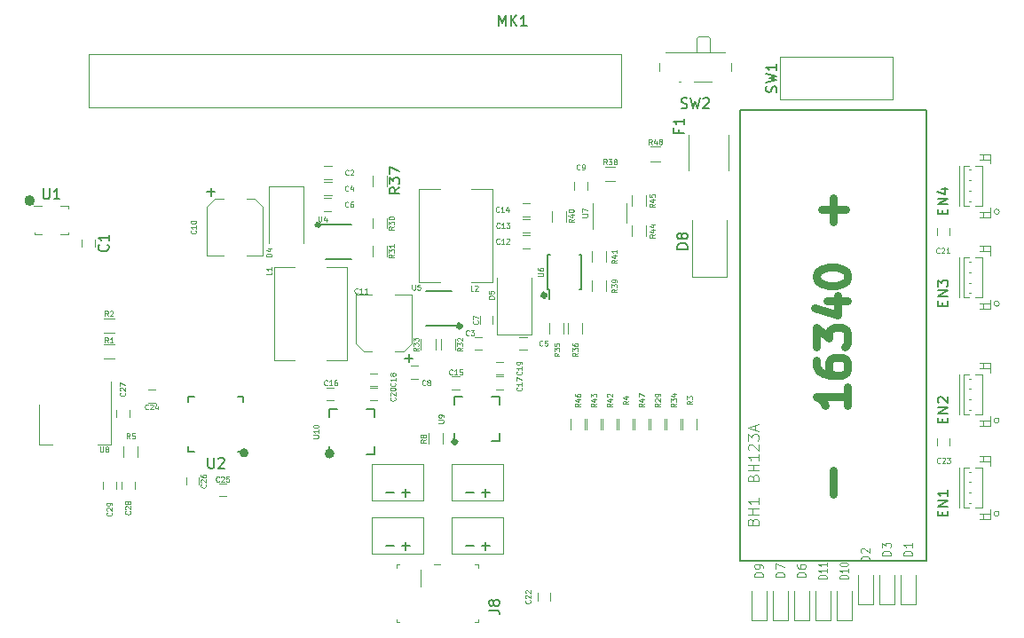
<source format=gbr>
G04 #@! TF.GenerationSoftware,KiCad,Pcbnew,(5.0.0)*
G04 #@! TF.CreationDate,2020-03-16T18:36:37-04:00*
G04 #@! TF.ProjectId,Temple_RPi_HAT,54656D706C655F5250695F4841542E6B,rev?*
G04 #@! TF.SameCoordinates,Original*
G04 #@! TF.FileFunction,Legend,Top*
G04 #@! TF.FilePolarity,Positive*
%FSLAX46Y46*%
G04 Gerber Fmt 4.6, Leading zero omitted, Abs format (unit mm)*
G04 Created by KiCad (PCBNEW (5.0.0)) date 03/16/20 18:36:37*
%MOMM*%
%LPD*%
G01*
G04 APERTURE LIST*
%ADD10C,0.500000*%
%ADD11C,0.150000*%
%ADD12C,0.100000*%
%ADD13C,0.120000*%
%ADD14C,0.127000*%
%ADD15C,0.750000*%
%ADD16C,0.050000*%
G04 APERTURE END LIST*
D10*
X121682100Y-148473700D02*
G75*
G03X121682100Y-148473700I-127000J0D01*
G01*
X93123836Y-163523200D02*
G75*
G03X93123836Y-163523200I-181836J0D01*
G01*
X101320991Y-163586700D02*
G75*
G03X101320991Y-163586700I-212891J0D01*
G01*
X113153883Y-162456400D02*
G75*
G03X113153883Y-162456400I-120483J0D01*
G01*
X113607688Y-151407400D02*
G75*
G03X113607688Y-151407400I-117088J0D01*
G01*
X100058892Y-141755400D02*
G75*
G03X100058892Y-141755400I-68392J0D01*
G01*
X72749000Y-139444000D02*
G75*
G03X72749000Y-139444000I-254000J0D01*
G01*
D11*
G04 #@! TO.C,U10*
X101079000Y-159340500D02*
X101854000Y-159340500D01*
X105379000Y-163640500D02*
X104604000Y-163640500D01*
X105379000Y-159340500D02*
X104604000Y-159340500D01*
X101079000Y-163640500D02*
X101079000Y-162865500D01*
X105379000Y-163640500D02*
X105379000Y-162865500D01*
X105379000Y-159340500D02*
X105379000Y-160115500D01*
X101079000Y-159340500D02*
X101079000Y-160115500D01*
D12*
G04 #@! TO.C,M1*
X105161000Y-168097000D02*
X105161000Y-164597000D01*
X105161000Y-164597000D02*
X110061000Y-164597000D01*
X110061000Y-164597000D02*
X110061000Y-168097000D01*
X110061000Y-168097000D02*
X105161000Y-168097000D01*
G04 #@! TO.C,M2*
X105161000Y-173177000D02*
X105161000Y-169677000D01*
X105161000Y-169677000D02*
X110061000Y-169677000D01*
X110061000Y-169677000D02*
X110061000Y-173177000D01*
X110061000Y-173177000D02*
X105161000Y-173177000D01*
D13*
G04 #@! TO.C,D1*
X155615000Y-177990000D02*
X157015000Y-177990000D01*
X157015000Y-177990000D02*
X157015000Y-175190000D01*
X155615000Y-177990000D02*
X155615000Y-175190000D01*
D12*
G04 #@! TO.C,U1*
X72865000Y-139980000D02*
X73685000Y-139980000D01*
X72965000Y-142680000D02*
X73685000Y-142680000D01*
X72965000Y-142680000D02*
X72965000Y-142460000D01*
X76165000Y-142460000D02*
X76165000Y-142680000D01*
X76165000Y-142680000D02*
X75445000Y-142680000D01*
X75445000Y-139980000D02*
X76165000Y-139980000D01*
X76165000Y-139980000D02*
X76165000Y-140200000D01*
D11*
G04 #@! TO.C,U6*
X121910000Y-147875000D02*
X122060000Y-147875000D01*
X121910000Y-144625000D02*
X122157500Y-144625000D01*
X125160000Y-144625000D02*
X124912500Y-144625000D01*
X125160000Y-147875000D02*
X124912500Y-147875000D01*
X121910000Y-147875000D02*
X121910000Y-144625000D01*
X125160000Y-147875000D02*
X125160000Y-144625000D01*
X122060000Y-147875000D02*
X122060000Y-148800000D01*
D13*
G04 #@! TO.C,D6*
X145455000Y-179514000D02*
X146855000Y-179514000D01*
X146855000Y-179514000D02*
X146855000Y-176714000D01*
X145455000Y-179514000D02*
X145455000Y-176714000D01*
G04 #@! TO.C,D7*
X143423000Y-179514000D02*
X144823000Y-179514000D01*
X144823000Y-179514000D02*
X144823000Y-176714000D01*
X143423000Y-179514000D02*
X143423000Y-176714000D01*
G04 #@! TO.C,D9*
X141391000Y-179514000D02*
X142791000Y-179514000D01*
X142791000Y-179514000D02*
X142791000Y-176714000D01*
X141391000Y-179514000D02*
X141391000Y-176714000D01*
G04 #@! TO.C,D10*
X149519000Y-179514000D02*
X150919000Y-179514000D01*
X150919000Y-179514000D02*
X150919000Y-176714000D01*
X149519000Y-179514000D02*
X149519000Y-176714000D01*
G04 #@! TO.C,F1*
X135385000Y-133142000D02*
X135385000Y-136602000D01*
X139145000Y-133142000D02*
X139145000Y-136602000D01*
G04 #@! TO.C,L1*
X100792000Y-145812000D02*
X102792000Y-145812000D01*
X102792000Y-145812000D02*
X102792000Y-154712000D01*
X102792000Y-154712000D02*
X100792000Y-154712000D01*
X97792000Y-154712000D02*
X95792000Y-154712000D01*
X95792000Y-154712000D02*
X95792000Y-145812000D01*
X95792000Y-145812000D02*
X97792000Y-145812000D01*
G04 #@! TO.C,L2*
X111635000Y-147236500D02*
X109635000Y-147236500D01*
X109635000Y-147236500D02*
X109635000Y-138336500D01*
X109635000Y-138336500D02*
X111635000Y-138336500D01*
X114635000Y-138336500D02*
X116635000Y-138336500D01*
X116635000Y-138336500D02*
X116635000Y-147236500D01*
X116635000Y-147236500D02*
X114635000Y-147236500D01*
D12*
G04 #@! TO.C,M3*
X112781000Y-168097000D02*
X112781000Y-164597000D01*
X112781000Y-164597000D02*
X117681000Y-164597000D01*
X117681000Y-164597000D02*
X117681000Y-168097000D01*
X117681000Y-168097000D02*
X112781000Y-168097000D01*
G04 #@! TO.C,SW1*
X154847000Y-129810000D02*
X154047000Y-129810000D01*
X154847000Y-129760000D02*
X154847000Y-129810000D01*
X154847000Y-127760000D02*
X154847000Y-129760000D01*
X154847000Y-125710000D02*
X154497000Y-125710000D01*
X154847000Y-127760000D02*
X154847000Y-125710000D01*
X144047000Y-129810000D02*
X154097000Y-129810000D01*
X144047000Y-129810000D02*
X144047000Y-127760000D01*
X144047000Y-125710000D02*
X154497000Y-125710000D01*
X144047000Y-126160000D02*
X144047000Y-125710000D01*
X144047000Y-125710000D02*
X144047000Y-126160000D01*
X144047000Y-127760000D02*
X144047000Y-126160000D01*
D11*
G04 #@! TO.C,U4*
X100727500Y-145046000D02*
X103177500Y-145046000D01*
X100002500Y-141746000D02*
X103177500Y-141746000D01*
G04 #@! TO.C,U5*
X112772500Y-148081000D02*
X110322500Y-148081000D01*
X113497500Y-151381000D02*
X110322500Y-151381000D01*
D12*
G04 #@! TO.C,M4*
X112781000Y-173177000D02*
X112781000Y-169677000D01*
X112781000Y-169677000D02*
X117681000Y-169677000D01*
X117681000Y-169677000D02*
X117681000Y-173177000D01*
X117681000Y-173177000D02*
X112781000Y-173177000D01*
D13*
G04 #@! TO.C,D2*
X151551000Y-177990000D02*
X152951000Y-177990000D01*
X152951000Y-177990000D02*
X152951000Y-175190000D01*
X151551000Y-177990000D02*
X151551000Y-175190000D01*
G04 #@! TO.C,D3*
X153583000Y-177990000D02*
X154983000Y-177990000D01*
X154983000Y-177990000D02*
X154983000Y-175190000D01*
X153583000Y-177990000D02*
X153583000Y-175190000D01*
G04 #@! TO.C,D4*
X98656000Y-138108000D02*
X95356000Y-138108000D01*
X95356000Y-138108000D02*
X95356000Y-143508000D01*
X98656000Y-138108000D02*
X98656000Y-143508000D01*
G04 #@! TO.C,D5*
X117073000Y-152210000D02*
X120373000Y-152210000D01*
X120373000Y-152210000D02*
X120373000Y-146810000D01*
X117073000Y-152210000D02*
X117073000Y-146810000D01*
G04 #@! TO.C,D8*
X135665000Y-146730000D02*
X138965000Y-146730000D01*
X138965000Y-146730000D02*
X138965000Y-141330000D01*
X135665000Y-146730000D02*
X135665000Y-141330000D01*
D12*
G04 #@! TO.C,rpi_Header1*
X78120000Y-125490000D02*
X78120000Y-130570000D01*
X78120000Y-130570000D02*
X128920000Y-130570000D01*
X128920000Y-130570000D02*
X128920000Y-125490000D01*
X128920000Y-125490000D02*
X78120000Y-125490000D01*
D13*
G04 #@! TO.C,SW2*
X134595000Y-128118000D02*
X134395000Y-128118000D01*
X137395000Y-123978000D02*
X137195000Y-123768000D01*
X136095000Y-123978000D02*
X136295000Y-123768000D01*
X137395000Y-125268000D02*
X137395000Y-123978000D01*
X137195000Y-123768000D02*
X136295000Y-123768000D01*
X136095000Y-123978000D02*
X136095000Y-125268000D01*
X138845000Y-125268000D02*
X133145000Y-125268000D01*
X137595000Y-128118000D02*
X135895000Y-128118000D01*
X139445000Y-127068000D02*
X139445000Y-126278000D01*
X132545000Y-126278000D02*
X132545000Y-127068000D01*
G04 #@! TO.C,U7*
X129477000Y-141530000D02*
X129477000Y-139730000D01*
X126257000Y-139730000D02*
X126257000Y-142180000D01*
G04 #@! TO.C,U8*
X73405000Y-162690000D02*
X74665000Y-162690000D01*
X80225000Y-162690000D02*
X78965000Y-162690000D01*
X73405000Y-158930000D02*
X73405000Y-162690000D01*
X80225000Y-156680000D02*
X80225000Y-162690000D01*
D11*
G04 #@! TO.C,U9*
X113017000Y-158122000D02*
X113792000Y-158122000D01*
X117317000Y-162422000D02*
X116542000Y-162422000D01*
X117317000Y-158122000D02*
X116542000Y-158122000D01*
X113017000Y-162422000D02*
X113017000Y-161647000D01*
X117317000Y-162422000D02*
X117317000Y-161647000D01*
X117317000Y-158122000D02*
X117317000Y-158897000D01*
X113017000Y-158122000D02*
X113017000Y-158897000D01*
D14*
G04 #@! TO.C,BH1*
X140275000Y-173830000D02*
X140275000Y-130830000D01*
X158055000Y-173830000D02*
X140275000Y-173830000D01*
X158055000Y-130830000D02*
X158055000Y-173830000D01*
X140275000Y-130830000D02*
X158055000Y-130830000D01*
D13*
G04 #@! TO.C,EN1*
X162109636Y-165316810D02*
X162309636Y-165316810D01*
X162109636Y-166316810D02*
X162309636Y-166316810D01*
X162109636Y-167316810D02*
X162309636Y-167316810D01*
X162109636Y-168316810D02*
X162309636Y-168316810D01*
X163359636Y-164916810D02*
X162709636Y-164916810D01*
X163359636Y-168716810D02*
X163359636Y-164916810D01*
X162709636Y-168716810D02*
X163359636Y-168716810D01*
X161609636Y-164916810D02*
X162109636Y-164916810D01*
X161609636Y-168716810D02*
X161609636Y-164916810D01*
X162109636Y-168716810D02*
X161609636Y-168716810D01*
X163509636Y-163816810D02*
X163509636Y-164316810D01*
X163509636Y-163816810D02*
X163509636Y-163816810D01*
X163509636Y-164316810D02*
X163509636Y-163816810D01*
X163509636Y-164316810D02*
X163509636Y-164316810D01*
X164109636Y-164316810D02*
X164109636Y-164316810D01*
X163109636Y-164316810D02*
X164109636Y-164316810D01*
X163109636Y-164316810D02*
X163109636Y-164316810D01*
X164109636Y-164316810D02*
X163109636Y-164316810D01*
X164109636Y-163816810D02*
X164109636Y-164716810D01*
X163109636Y-163816810D02*
X164109636Y-163816810D01*
X163509636Y-169816810D02*
X163509636Y-169316810D01*
X163509636Y-169816810D02*
X163509636Y-169816810D01*
X163509636Y-169316810D02*
X163509636Y-169816810D01*
X163509636Y-169316810D02*
X163509636Y-169316810D01*
X164109636Y-169316810D02*
X164109636Y-169316810D01*
X163109636Y-169316810D02*
X164109636Y-169316810D01*
X163109636Y-169316810D02*
X163109636Y-169316810D01*
X164109636Y-169316810D02*
X163109636Y-169316810D01*
X164109636Y-169816810D02*
X164109636Y-168916810D01*
X163109636Y-169816810D02*
X164109636Y-169816810D01*
X161209636Y-168716810D02*
X161209636Y-164916810D01*
X165009636Y-169316810D02*
G75*
G03X165009636Y-169316810I-250000J0D01*
G01*
G04 #@! TO.C,EN2*
X162109636Y-156426810D02*
X162309636Y-156426810D01*
X162109636Y-157426810D02*
X162309636Y-157426810D01*
X162109636Y-158426810D02*
X162309636Y-158426810D01*
X162109636Y-159426810D02*
X162309636Y-159426810D01*
X163359636Y-156026810D02*
X162709636Y-156026810D01*
X163359636Y-159826810D02*
X163359636Y-156026810D01*
X162709636Y-159826810D02*
X163359636Y-159826810D01*
X161609636Y-156026810D02*
X162109636Y-156026810D01*
X161609636Y-159826810D02*
X161609636Y-156026810D01*
X162109636Y-159826810D02*
X161609636Y-159826810D01*
X163509636Y-154926810D02*
X163509636Y-155426810D01*
X163509636Y-154926810D02*
X163509636Y-154926810D01*
X163509636Y-155426810D02*
X163509636Y-154926810D01*
X163509636Y-155426810D02*
X163509636Y-155426810D01*
X164109636Y-155426810D02*
X164109636Y-155426810D01*
X163109636Y-155426810D02*
X164109636Y-155426810D01*
X163109636Y-155426810D02*
X163109636Y-155426810D01*
X164109636Y-155426810D02*
X163109636Y-155426810D01*
X164109636Y-154926810D02*
X164109636Y-155826810D01*
X163109636Y-154926810D02*
X164109636Y-154926810D01*
X163509636Y-160926810D02*
X163509636Y-160426810D01*
X163509636Y-160926810D02*
X163509636Y-160926810D01*
X163509636Y-160426810D02*
X163509636Y-160926810D01*
X163509636Y-160426810D02*
X163509636Y-160426810D01*
X164109636Y-160426810D02*
X164109636Y-160426810D01*
X163109636Y-160426810D02*
X164109636Y-160426810D01*
X163109636Y-160426810D02*
X163109636Y-160426810D01*
X164109636Y-160426810D02*
X163109636Y-160426810D01*
X164109636Y-160926810D02*
X164109636Y-160026810D01*
X163109636Y-160926810D02*
X164109636Y-160926810D01*
X161209636Y-159826810D02*
X161209636Y-156026810D01*
X165009636Y-160426810D02*
G75*
G03X165009636Y-160426810I-250000J0D01*
G01*
G04 #@! TO.C,EN3*
X162109636Y-145286810D02*
X162309636Y-145286810D01*
X162109636Y-146286810D02*
X162309636Y-146286810D01*
X162109636Y-147286810D02*
X162309636Y-147286810D01*
X162109636Y-148286810D02*
X162309636Y-148286810D01*
X163359636Y-144886810D02*
X162709636Y-144886810D01*
X163359636Y-148686810D02*
X163359636Y-144886810D01*
X162709636Y-148686810D02*
X163359636Y-148686810D01*
X161609636Y-144886810D02*
X162109636Y-144886810D01*
X161609636Y-148686810D02*
X161609636Y-144886810D01*
X162109636Y-148686810D02*
X161609636Y-148686810D01*
X163509636Y-143786810D02*
X163509636Y-144286810D01*
X163509636Y-143786810D02*
X163509636Y-143786810D01*
X163509636Y-144286810D02*
X163509636Y-143786810D01*
X163509636Y-144286810D02*
X163509636Y-144286810D01*
X164109636Y-144286810D02*
X164109636Y-144286810D01*
X163109636Y-144286810D02*
X164109636Y-144286810D01*
X163109636Y-144286810D02*
X163109636Y-144286810D01*
X164109636Y-144286810D02*
X163109636Y-144286810D01*
X164109636Y-143786810D02*
X164109636Y-144686810D01*
X163109636Y-143786810D02*
X164109636Y-143786810D01*
X163509636Y-149786810D02*
X163509636Y-149286810D01*
X163509636Y-149786810D02*
X163509636Y-149786810D01*
X163509636Y-149286810D02*
X163509636Y-149786810D01*
X163509636Y-149286810D02*
X163509636Y-149286810D01*
X164109636Y-149286810D02*
X164109636Y-149286810D01*
X163109636Y-149286810D02*
X164109636Y-149286810D01*
X163109636Y-149286810D02*
X163109636Y-149286810D01*
X164109636Y-149286810D02*
X163109636Y-149286810D01*
X164109636Y-149786810D02*
X164109636Y-148886810D01*
X163109636Y-149786810D02*
X164109636Y-149786810D01*
X161209636Y-148686810D02*
X161209636Y-144886810D01*
X165009636Y-149286810D02*
G75*
G03X165009636Y-149286810I-250000J0D01*
G01*
G04 #@! TO.C,EN4*
X162109636Y-136511810D02*
X162309636Y-136511810D01*
X162109636Y-137511810D02*
X162309636Y-137511810D01*
X162109636Y-138511810D02*
X162309636Y-138511810D01*
X162109636Y-139511810D02*
X162309636Y-139511810D01*
X163359636Y-136111810D02*
X162709636Y-136111810D01*
X163359636Y-139911810D02*
X163359636Y-136111810D01*
X162709636Y-139911810D02*
X163359636Y-139911810D01*
X161609636Y-136111810D02*
X162109636Y-136111810D01*
X161609636Y-139911810D02*
X161609636Y-136111810D01*
X162109636Y-139911810D02*
X161609636Y-139911810D01*
X163509636Y-135011810D02*
X163509636Y-135511810D01*
X163509636Y-135011810D02*
X163509636Y-135011810D01*
X163509636Y-135511810D02*
X163509636Y-135011810D01*
X163509636Y-135511810D02*
X163509636Y-135511810D01*
X164109636Y-135511810D02*
X164109636Y-135511810D01*
X163109636Y-135511810D02*
X164109636Y-135511810D01*
X163109636Y-135511810D02*
X163109636Y-135511810D01*
X164109636Y-135511810D02*
X163109636Y-135511810D01*
X164109636Y-135011810D02*
X164109636Y-135911810D01*
X163109636Y-135011810D02*
X164109636Y-135011810D01*
X163509636Y-141011810D02*
X163509636Y-140511810D01*
X163509636Y-141011810D02*
X163509636Y-141011810D01*
X163509636Y-140511810D02*
X163509636Y-141011810D01*
X163509636Y-140511810D02*
X163509636Y-140511810D01*
X164109636Y-140511810D02*
X164109636Y-140511810D01*
X163109636Y-140511810D02*
X164109636Y-140511810D01*
X163109636Y-140511810D02*
X163109636Y-140511810D01*
X164109636Y-140511810D02*
X163109636Y-140511810D01*
X164109636Y-141011810D02*
X164109636Y-140111810D01*
X163109636Y-141011810D02*
X164109636Y-141011810D01*
X161209636Y-139911810D02*
X161209636Y-136111810D01*
X165009636Y-140511810D02*
G75*
G03X165009636Y-140511810I-250000J0D01*
G01*
D12*
G04 #@! TO.C,J8*
X115276000Y-174182000D02*
X115276000Y-174482000D01*
X115276000Y-174182000D02*
X114976000Y-174182000D01*
X107476000Y-174182000D02*
X107476000Y-174482000D01*
X107476000Y-174182000D02*
X107776000Y-174182000D01*
X107476000Y-179682000D02*
X107776000Y-179682000D01*
X107476000Y-179682000D02*
X107476000Y-179382000D01*
X115276000Y-179682000D02*
X114976000Y-179682000D01*
X115276000Y-179682000D02*
X115276000Y-179382000D01*
X111376000Y-174182000D02*
X111076000Y-174182000D01*
X111376000Y-174182000D02*
X111676000Y-174182000D01*
X109776000Y-174682000D02*
X109776000Y-176282000D01*
D13*
G04 #@! TO.C,D11*
X147487000Y-179514000D02*
X148887000Y-179514000D01*
X148887000Y-179514000D02*
X148887000Y-176714000D01*
X147487000Y-179514000D02*
X147487000Y-176714000D01*
D11*
G04 #@! TO.C,U2*
X87650000Y-163405000D02*
X87650000Y-162880000D01*
X92900000Y-158155000D02*
X92900000Y-158680000D01*
X87650000Y-158155000D02*
X87650000Y-158680000D01*
X92900000Y-163405000D02*
X92375000Y-163405000D01*
X92900000Y-158155000D02*
X92375000Y-158155000D01*
X87650000Y-158155000D02*
X88175000Y-158155000D01*
X87650000Y-163405000D02*
X88175000Y-163405000D01*
D13*
G04 #@! TO.C,R1*
X80565000Y-154510000D02*
X79565000Y-154510000D01*
X79565000Y-153150000D02*
X80565000Y-153150000D01*
G04 #@! TO.C,R2*
X80565000Y-152070000D02*
X79565000Y-152070000D01*
X79565000Y-150710000D02*
X80565000Y-150710000D01*
G04 #@! TO.C,R3*
X136167000Y-160292000D02*
X136167000Y-161292000D01*
X134807000Y-161292000D02*
X134807000Y-160292000D01*
G04 #@! TO.C,R4*
X128711000Y-161292000D02*
X128711000Y-160292000D01*
X130071000Y-160292000D02*
X130071000Y-161292000D01*
G04 #@! TO.C,R5*
X82827000Y-162935000D02*
X82827000Y-163935000D01*
X81467000Y-163935000D02*
X81467000Y-162935000D01*
G04 #@! TO.C,R29*
X133119000Y-160292000D02*
X133119000Y-161292000D01*
X131759000Y-161292000D02*
X131759000Y-160292000D01*
G04 #@! TO.C,R30*
X106576000Y-141103000D02*
X106576000Y-142103000D01*
X105216000Y-142103000D02*
X105216000Y-141103000D01*
G04 #@! TO.C,R31*
X106576000Y-143758000D02*
X106576000Y-144758000D01*
X105216000Y-144758000D02*
X105216000Y-143758000D01*
G04 #@! TO.C,R32*
X111735000Y-153680000D02*
X111735000Y-152680000D01*
X113095000Y-152680000D02*
X113095000Y-153680000D01*
G04 #@! TO.C,R33*
X111195000Y-152680000D02*
X111195000Y-153680000D01*
X109835000Y-153680000D02*
X109835000Y-152680000D01*
G04 #@! TO.C,R34*
X134643000Y-160292000D02*
X134643000Y-161292000D01*
X133283000Y-161292000D02*
X133283000Y-160292000D01*
G04 #@! TO.C,R35*
X122107000Y-152124000D02*
X122107000Y-151124000D01*
X123467000Y-151124000D02*
X123467000Y-152124000D01*
G04 #@! TO.C,R36*
X123885000Y-152148000D02*
X123885000Y-151148000D01*
X125245000Y-151148000D02*
X125245000Y-152148000D01*
G04 #@! TO.C,R37*
X105216000Y-138051000D02*
X105216000Y-137051000D01*
X106576000Y-137051000D02*
X106576000Y-138051000D01*
G04 #@! TO.C,R38*
X128379000Y-137584000D02*
X127379000Y-137584000D01*
X127379000Y-136224000D02*
X128379000Y-136224000D01*
G04 #@! TO.C,R39*
X126171000Y-148084000D02*
X126171000Y-147084000D01*
X127531000Y-147084000D02*
X127531000Y-148084000D01*
G04 #@! TO.C,R40*
X122361000Y-141480000D02*
X122361000Y-140480000D01*
X123721000Y-140480000D02*
X123721000Y-141480000D01*
G04 #@! TO.C,R41*
X126171000Y-145290000D02*
X126171000Y-144290000D01*
X127531000Y-144290000D02*
X127531000Y-145290000D01*
G04 #@! TO.C,R42*
X128547000Y-160292000D02*
X128547000Y-161292000D01*
X127187000Y-161292000D02*
X127187000Y-160292000D01*
G04 #@! TO.C,R43*
X127023000Y-160292000D02*
X127023000Y-161292000D01*
X125663000Y-161292000D02*
X125663000Y-160292000D01*
G04 #@! TO.C,R44*
X129981000Y-142853000D02*
X129981000Y-141853000D01*
X131341000Y-141853000D02*
X131341000Y-142853000D01*
G04 #@! TO.C,R45*
X129981000Y-139956000D02*
X129981000Y-138956000D01*
X131341000Y-138956000D02*
X131341000Y-139956000D01*
G04 #@! TO.C,R46*
X125499000Y-160292000D02*
X125499000Y-161292000D01*
X124139000Y-161292000D02*
X124139000Y-160292000D01*
G04 #@! TO.C,R47*
X131595000Y-160292000D02*
X131595000Y-161292000D01*
X130235000Y-161292000D02*
X130235000Y-160292000D01*
G04 #@! TO.C,R48*
X132697000Y-135679000D02*
X131697000Y-135679000D01*
X131697000Y-134319000D02*
X132697000Y-134319000D01*
G04 #@! TO.C,C2*
X101305000Y-137377000D02*
X100605000Y-137377000D01*
X100605000Y-136177000D02*
X101305000Y-136177000D01*
G04 #@! TO.C,C3*
X114965000Y-152480000D02*
X115665000Y-152480000D01*
X115665000Y-153680000D02*
X114965000Y-153680000D01*
G04 #@! TO.C,C4*
X101293000Y-138901000D02*
X100593000Y-138901000D01*
X100593000Y-137701000D02*
X101293000Y-137701000D01*
G04 #@! TO.C,C5*
X119915000Y-153680000D02*
X119215000Y-153680000D01*
X119215000Y-152480000D02*
X119915000Y-152480000D01*
G04 #@! TO.C,C7*
X116681400Y-150480000D02*
X116681400Y-151180000D01*
X115481400Y-151180000D02*
X115481400Y-150480000D01*
G04 #@! TO.C,C8*
X109536000Y-156427000D02*
X108836000Y-156427000D01*
X108836000Y-155227000D02*
X109536000Y-155227000D01*
G04 #@! TO.C,C9*
X125673000Y-137685000D02*
X125673000Y-138385000D01*
X124473000Y-138385000D02*
X124473000Y-137685000D01*
G04 #@! TO.C,C12*
X119504000Y-142781000D02*
X120204000Y-142781000D01*
X120204000Y-143981000D02*
X119504000Y-143981000D01*
G04 #@! TO.C,C13*
X119516000Y-141257000D02*
X120216000Y-141257000D01*
X120216000Y-142457000D02*
X119516000Y-142457000D01*
G04 #@! TO.C,C14*
X119504000Y-139733000D02*
X120204000Y-139733000D01*
X120204000Y-140933000D02*
X119504000Y-140933000D01*
G04 #@! TO.C,C10*
X94743000Y-144654000D02*
X93193000Y-144654000D01*
X89413000Y-144654000D02*
X90963000Y-144654000D01*
X90173000Y-139314000D02*
X90963000Y-139314000D01*
X93983000Y-139314000D02*
X93193000Y-139314000D01*
X94743000Y-144654000D02*
X94743000Y-140074000D01*
X94743000Y-140074000D02*
X93983000Y-139314000D01*
X90173000Y-139314000D02*
X89413000Y-140074000D01*
X89413000Y-140074000D02*
X89413000Y-144654000D01*
G04 #@! TO.C,C11*
X103587000Y-148458000D02*
X105137000Y-148458000D01*
X108917000Y-148458000D02*
X107367000Y-148458000D01*
X108157000Y-153798000D02*
X107367000Y-153798000D01*
X104347000Y-153798000D02*
X105137000Y-153798000D01*
X103587000Y-148458000D02*
X103587000Y-153038000D01*
X103587000Y-153038000D02*
X104347000Y-153798000D01*
X108157000Y-153798000D02*
X108917000Y-153038000D01*
X108917000Y-153038000D02*
X108917000Y-148458000D01*
G04 #@! TO.C,C6*
X101281000Y-140425000D02*
X100581000Y-140425000D01*
X100581000Y-139225000D02*
X101281000Y-139225000D01*
G04 #@! TO.C,C15*
X113497000Y-157443000D02*
X112797000Y-157443000D01*
X112797000Y-156243000D02*
X113497000Y-156243000D01*
G04 #@! TO.C,C16*
X100835000Y-157322500D02*
X101535000Y-157322500D01*
X101535000Y-158522500D02*
X100835000Y-158522500D01*
G04 #@! TO.C,C17*
X117688000Y-157443000D02*
X116988000Y-157443000D01*
X116988000Y-156243000D02*
X117688000Y-156243000D01*
G04 #@! TO.C,C18*
X104986500Y-155925500D02*
X105686500Y-155925500D01*
X105686500Y-157125500D02*
X104986500Y-157125500D01*
G04 #@! TO.C,C19*
X116964000Y-154846000D02*
X117664000Y-154846000D01*
X117664000Y-156046000D02*
X116964000Y-156046000D01*
G04 #@! TO.C,C20*
X104986500Y-157322500D02*
X105686500Y-157322500D01*
X105686500Y-158522500D02*
X104986500Y-158522500D01*
G04 #@! TO.C,C21*
X160242400Y-142053800D02*
X160242400Y-142753800D01*
X159042400Y-142753800D02*
X159042400Y-142053800D01*
G04 #@! TO.C,C22*
X120955100Y-177589900D02*
X120955100Y-176889900D01*
X122155100Y-176889900D02*
X122155100Y-177589900D01*
G04 #@! TO.C,C23*
X160293200Y-162094400D02*
X160293200Y-162794400D01*
X159093200Y-162794400D02*
X159093200Y-162094400D01*
G04 #@! TO.C,R8*
X110550000Y-162665000D02*
X110550000Y-161665000D01*
X111910000Y-161665000D02*
X111910000Y-162665000D01*
G04 #@! TO.C,C1*
X78683000Y-143146000D02*
X78683000Y-143846000D01*
X77483000Y-143846000D02*
X77483000Y-143146000D01*
G04 #@! TO.C,C24*
X83765000Y-157505000D02*
X84465000Y-157505000D01*
X84465000Y-158705000D02*
X83765000Y-158705000D01*
G04 #@! TO.C,C25*
X90540000Y-166430000D02*
X91240000Y-166430000D01*
X91240000Y-167630000D02*
X90540000Y-167630000D01*
G04 #@! TO.C,C26*
X88615000Y-165855000D02*
X88615000Y-166555000D01*
X87415000Y-166555000D02*
X87415000Y-165855000D01*
G04 #@! TO.C,C27*
X80785000Y-160102000D02*
X80785000Y-159402000D01*
X81985000Y-159402000D02*
X81985000Y-160102000D01*
G04 #@! TO.C,C28*
X81293000Y-166984000D02*
X81293000Y-166284000D01*
X82493000Y-166284000D02*
X82493000Y-166984000D01*
G04 #@! TO.C,C29*
X80715000Y-166284000D02*
X80715000Y-166984000D01*
X79515000Y-166984000D02*
X79515000Y-166284000D01*
G04 #@! TO.C,*
D11*
D15*
D11*
D15*
X150560142Y-157255142D02*
X150560142Y-158969428D01*
X150560142Y-158112285D02*
X147560142Y-158112285D01*
X147988714Y-158398000D01*
X148274428Y-158683714D01*
X148417285Y-158969428D01*
X147560142Y-154683714D02*
X147560142Y-155255142D01*
X147703000Y-155540857D01*
X147845857Y-155683714D01*
X148274428Y-155969428D01*
X148845857Y-156112285D01*
X149988714Y-156112285D01*
X150274428Y-155969428D01*
X150417285Y-155826571D01*
X150560142Y-155540857D01*
X150560142Y-154969428D01*
X150417285Y-154683714D01*
X150274428Y-154540857D01*
X149988714Y-154398000D01*
X149274428Y-154398000D01*
X148988714Y-154540857D01*
X148845857Y-154683714D01*
X148703000Y-154969428D01*
X148703000Y-155540857D01*
X148845857Y-155826571D01*
X148988714Y-155969428D01*
X149274428Y-156112285D01*
X147560142Y-153398000D02*
X147560142Y-151540857D01*
X148703000Y-152540857D01*
X148703000Y-152112285D01*
X148845857Y-151826571D01*
X148988714Y-151683714D01*
X149274428Y-151540857D01*
X149988714Y-151540857D01*
X150274428Y-151683714D01*
X150417285Y-151826571D01*
X150560142Y-152112285D01*
X150560142Y-152969428D01*
X150417285Y-153255142D01*
X150274428Y-153398000D01*
X148560142Y-148969428D02*
X150560142Y-148969428D01*
X147417285Y-149683714D02*
X149560142Y-150398000D01*
X149560142Y-148540857D01*
X147560142Y-146826571D02*
X147560142Y-146540857D01*
X147703000Y-146255142D01*
X147845857Y-146112285D01*
X148131571Y-145969428D01*
X148703000Y-145826571D01*
X149417285Y-145826571D01*
X149988714Y-145969428D01*
X150274428Y-146112285D01*
X150417285Y-146255142D01*
X150560142Y-146540857D01*
X150560142Y-146826571D01*
X150417285Y-147112285D01*
X150274428Y-147255142D01*
X149988714Y-147398000D01*
X149417285Y-147540857D01*
X148703000Y-147540857D01*
X148131571Y-147398000D01*
X147845857Y-147255142D01*
X147703000Y-147112285D01*
X147560142Y-146826571D01*
D11*
D15*
G04 #@! TO.C,U10*
D12*
X99555190Y-162109547D02*
X99959952Y-162109547D01*
X100007571Y-162085738D01*
X100031380Y-162061928D01*
X100055190Y-162014309D01*
X100055190Y-161919071D01*
X100031380Y-161871452D01*
X100007571Y-161847642D01*
X99959952Y-161823833D01*
X99555190Y-161823833D01*
X100055190Y-161323833D02*
X100055190Y-161609547D01*
X100055190Y-161466690D02*
X99555190Y-161466690D01*
X99626619Y-161514309D01*
X99674238Y-161561928D01*
X99698047Y-161609547D01*
X99555190Y-161014309D02*
X99555190Y-160966690D01*
X99579000Y-160919071D01*
X99602809Y-160895261D01*
X99650428Y-160871452D01*
X99745666Y-160847642D01*
X99864714Y-160847642D01*
X99959952Y-160871452D01*
X100007571Y-160895261D01*
X100031380Y-160919071D01*
X100055190Y-160966690D01*
X100055190Y-161014309D01*
X100031380Y-161061928D01*
X100007571Y-161085738D01*
X99959952Y-161109547D01*
X99864714Y-161133357D01*
X99745666Y-161133357D01*
X99650428Y-161109547D01*
X99602809Y-161085738D01*
X99579000Y-161061928D01*
X99555190Y-161014309D01*
G04 #@! TO.C,M1*
D11*
X107980047Y-167318428D02*
X108741952Y-167318428D01*
X108361000Y-167699380D02*
X108361000Y-166937476D01*
X106480047Y-167318428D02*
X107241952Y-167318428D01*
G04 #@! TO.C,M2*
X107980047Y-172398428D02*
X108741952Y-172398428D01*
X108361000Y-172779380D02*
X108361000Y-172017476D01*
X106480047Y-172398428D02*
X107241952Y-172398428D01*
G04 #@! TO.C,D1*
D12*
X156676904Y-173308476D02*
X155876904Y-173308476D01*
X155876904Y-173118000D01*
X155915000Y-173003714D01*
X155991190Y-172927523D01*
X156067380Y-172889428D01*
X156219761Y-172851333D01*
X156334047Y-172851333D01*
X156486428Y-172889428D01*
X156562619Y-172927523D01*
X156638809Y-173003714D01*
X156676904Y-173118000D01*
X156676904Y-173308476D01*
X156676904Y-172089428D02*
X156676904Y-172546571D01*
X156676904Y-172318000D02*
X155876904Y-172318000D01*
X155991190Y-172394190D01*
X156067380Y-172470380D01*
X156105476Y-172546571D01*
G04 #@! TO.C,U1*
D11*
X73803095Y-138282380D02*
X73803095Y-139091904D01*
X73850714Y-139187142D01*
X73898333Y-139234761D01*
X73993571Y-139282380D01*
X74184047Y-139282380D01*
X74279285Y-139234761D01*
X74326904Y-139187142D01*
X74374523Y-139091904D01*
X74374523Y-138282380D01*
X75374523Y-139282380D02*
X74803095Y-139282380D01*
X75088809Y-139282380D02*
X75088809Y-138282380D01*
X74993571Y-138425238D01*
X74898333Y-138520476D01*
X74803095Y-138568095D01*
G04 #@! TO.C,MK1*
X117260476Y-122782380D02*
X117260476Y-121782380D01*
X117593809Y-122496666D01*
X117927142Y-121782380D01*
X117927142Y-122782380D01*
X118403333Y-122782380D02*
X118403333Y-121782380D01*
X118974761Y-122782380D02*
X118546190Y-122210952D01*
X118974761Y-121782380D02*
X118403333Y-122353809D01*
X119927142Y-122782380D02*
X119355714Y-122782380D01*
X119641428Y-122782380D02*
X119641428Y-121782380D01*
X119546190Y-121925238D01*
X119450952Y-122020476D01*
X119355714Y-122068095D01*
G04 #@! TO.C,U6*
D12*
X120989190Y-146630952D02*
X121393952Y-146630952D01*
X121441571Y-146607142D01*
X121465380Y-146583333D01*
X121489190Y-146535714D01*
X121489190Y-146440476D01*
X121465380Y-146392857D01*
X121441571Y-146369047D01*
X121393952Y-146345238D01*
X120989190Y-146345238D01*
X120989190Y-145892857D02*
X120989190Y-145988095D01*
X121013000Y-146035714D01*
X121036809Y-146059523D01*
X121108238Y-146107142D01*
X121203476Y-146130952D01*
X121393952Y-146130952D01*
X121441571Y-146107142D01*
X121465380Y-146083333D01*
X121489190Y-146035714D01*
X121489190Y-145940476D01*
X121465380Y-145892857D01*
X121441571Y-145869047D01*
X121393952Y-145845238D01*
X121274904Y-145845238D01*
X121227285Y-145869047D01*
X121203476Y-145892857D01*
X121179666Y-145940476D01*
X121179666Y-146035714D01*
X121203476Y-146083333D01*
X121227285Y-146107142D01*
X121274904Y-146130952D01*
G04 #@! TO.C,D6*
X146516904Y-175340476D02*
X145716904Y-175340476D01*
X145716904Y-175150000D01*
X145755000Y-175035714D01*
X145831190Y-174959523D01*
X145907380Y-174921428D01*
X146059761Y-174883333D01*
X146174047Y-174883333D01*
X146326428Y-174921428D01*
X146402619Y-174959523D01*
X146478809Y-175035714D01*
X146516904Y-175150000D01*
X146516904Y-175340476D01*
X145716904Y-174197619D02*
X145716904Y-174350000D01*
X145755000Y-174426190D01*
X145793095Y-174464285D01*
X145907380Y-174540476D01*
X146059761Y-174578571D01*
X146364523Y-174578571D01*
X146440714Y-174540476D01*
X146478809Y-174502380D01*
X146516904Y-174426190D01*
X146516904Y-174273809D01*
X146478809Y-174197619D01*
X146440714Y-174159523D01*
X146364523Y-174121428D01*
X146174047Y-174121428D01*
X146097857Y-174159523D01*
X146059761Y-174197619D01*
X146021666Y-174273809D01*
X146021666Y-174426190D01*
X146059761Y-174502380D01*
X146097857Y-174540476D01*
X146174047Y-174578571D01*
G04 #@! TO.C,D7*
X144484904Y-175340476D02*
X143684904Y-175340476D01*
X143684904Y-175150000D01*
X143723000Y-175035714D01*
X143799190Y-174959523D01*
X143875380Y-174921428D01*
X144027761Y-174883333D01*
X144142047Y-174883333D01*
X144294428Y-174921428D01*
X144370619Y-174959523D01*
X144446809Y-175035714D01*
X144484904Y-175150000D01*
X144484904Y-175340476D01*
X143684904Y-174616666D02*
X143684904Y-174083333D01*
X144484904Y-174426190D01*
G04 #@! TO.C,D9*
X142452904Y-175340476D02*
X141652904Y-175340476D01*
X141652904Y-175150000D01*
X141691000Y-175035714D01*
X141767190Y-174959523D01*
X141843380Y-174921428D01*
X141995761Y-174883333D01*
X142110047Y-174883333D01*
X142262428Y-174921428D01*
X142338619Y-174959523D01*
X142414809Y-175035714D01*
X142452904Y-175150000D01*
X142452904Y-175340476D01*
X142452904Y-174502380D02*
X142452904Y-174350000D01*
X142414809Y-174273809D01*
X142376714Y-174235714D01*
X142262428Y-174159523D01*
X142110047Y-174121428D01*
X141805285Y-174121428D01*
X141729095Y-174159523D01*
X141691000Y-174197619D01*
X141652904Y-174273809D01*
X141652904Y-174426190D01*
X141691000Y-174502380D01*
X141729095Y-174540476D01*
X141805285Y-174578571D01*
X141995761Y-174578571D01*
X142071952Y-174540476D01*
X142110047Y-174502380D01*
X142148142Y-174426190D01*
X142148142Y-174273809D01*
X142110047Y-174197619D01*
X142071952Y-174159523D01*
X141995761Y-174121428D01*
G04 #@! TO.C,D10*
X150580904Y-175478571D02*
X149780904Y-175478571D01*
X149780904Y-175335714D01*
X149819000Y-175250000D01*
X149895190Y-175192857D01*
X149971380Y-175164285D01*
X150123761Y-175135714D01*
X150238047Y-175135714D01*
X150390428Y-175164285D01*
X150466619Y-175192857D01*
X150542809Y-175250000D01*
X150580904Y-175335714D01*
X150580904Y-175478571D01*
X150580904Y-174564285D02*
X150580904Y-174907142D01*
X150580904Y-174735714D02*
X149780904Y-174735714D01*
X149895190Y-174792857D01*
X149971380Y-174850000D01*
X150009476Y-174907142D01*
X149780904Y-174192857D02*
X149780904Y-174135714D01*
X149819000Y-174078571D01*
X149857095Y-174050000D01*
X149933285Y-174021428D01*
X150085666Y-173992857D01*
X150276142Y-173992857D01*
X150428523Y-174021428D01*
X150504714Y-174050000D01*
X150542809Y-174078571D01*
X150580904Y-174135714D01*
X150580904Y-174192857D01*
X150542809Y-174250000D01*
X150504714Y-174278571D01*
X150428523Y-174307142D01*
X150276142Y-174335714D01*
X150085666Y-174335714D01*
X149933285Y-174307142D01*
X149857095Y-174278571D01*
X149819000Y-174250000D01*
X149780904Y-174192857D01*
G04 #@! TO.C,F1*
D11*
X134399571Y-132665333D02*
X134399571Y-132998666D01*
X134923380Y-132998666D02*
X133923380Y-132998666D01*
X133923380Y-132522476D01*
X134923380Y-131617714D02*
X134923380Y-132189142D01*
X134923380Y-131903428D02*
X133923380Y-131903428D01*
X134066238Y-131998666D01*
X134161476Y-132093904D01*
X134209095Y-132189142D01*
G04 #@! TO.C,L1*
D12*
X95581190Y-146258333D02*
X95581190Y-146496428D01*
X95081190Y-146496428D01*
X95581190Y-145829761D02*
X95581190Y-146115476D01*
X95581190Y-145972619D02*
X95081190Y-145972619D01*
X95152619Y-146020238D01*
X95200238Y-146067857D01*
X95224047Y-146115476D01*
G04 #@! TO.C,L2*
X114829666Y-148052190D02*
X114591571Y-148052190D01*
X114591571Y-147552190D01*
X114972523Y-147599809D02*
X114996333Y-147576000D01*
X115043952Y-147552190D01*
X115163000Y-147552190D01*
X115210619Y-147576000D01*
X115234428Y-147599809D01*
X115258238Y-147647428D01*
X115258238Y-147695047D01*
X115234428Y-147766476D01*
X114948714Y-148052190D01*
X115258238Y-148052190D01*
G04 #@! TO.C,M3*
D11*
X115600047Y-167318428D02*
X116361952Y-167318428D01*
X115981000Y-167699380D02*
X115981000Y-166937476D01*
X114100047Y-167318428D02*
X114861952Y-167318428D01*
G04 #@! TO.C,SW1*
X143721761Y-129093333D02*
X143769380Y-128950476D01*
X143769380Y-128712380D01*
X143721761Y-128617142D01*
X143674142Y-128569523D01*
X143578904Y-128521904D01*
X143483666Y-128521904D01*
X143388428Y-128569523D01*
X143340809Y-128617142D01*
X143293190Y-128712380D01*
X143245571Y-128902857D01*
X143197952Y-128998095D01*
X143150333Y-129045714D01*
X143055095Y-129093333D01*
X142959857Y-129093333D01*
X142864619Y-129045714D01*
X142817000Y-128998095D01*
X142769380Y-128902857D01*
X142769380Y-128664761D01*
X142817000Y-128521904D01*
X142769380Y-128188571D02*
X143769380Y-127950476D01*
X143055095Y-127760000D01*
X143769380Y-127569523D01*
X142769380Y-127331428D01*
X143769380Y-126426666D02*
X143769380Y-126998095D01*
X143769380Y-126712380D02*
X142769380Y-126712380D01*
X142912238Y-126807619D01*
X143007476Y-126902857D01*
X143055095Y-126998095D01*
G04 #@! TO.C,U4*
D12*
X100054047Y-140948190D02*
X100054047Y-141352952D01*
X100077857Y-141400571D01*
X100101666Y-141424380D01*
X100149285Y-141448190D01*
X100244523Y-141448190D01*
X100292142Y-141424380D01*
X100315952Y-141400571D01*
X100339761Y-141352952D01*
X100339761Y-140948190D01*
X100792142Y-141114857D02*
X100792142Y-141448190D01*
X100673095Y-140924380D02*
X100554047Y-141281523D01*
X100863571Y-141281523D01*
G04 #@! TO.C,U5*
X108984047Y-147456190D02*
X108984047Y-147860952D01*
X109007857Y-147908571D01*
X109031666Y-147932380D01*
X109079285Y-147956190D01*
X109174523Y-147956190D01*
X109222142Y-147932380D01*
X109245952Y-147908571D01*
X109269761Y-147860952D01*
X109269761Y-147456190D01*
X109745952Y-147456190D02*
X109507857Y-147456190D01*
X109484047Y-147694285D01*
X109507857Y-147670476D01*
X109555476Y-147646666D01*
X109674523Y-147646666D01*
X109722142Y-147670476D01*
X109745952Y-147694285D01*
X109769761Y-147741904D01*
X109769761Y-147860952D01*
X109745952Y-147908571D01*
X109722142Y-147932380D01*
X109674523Y-147956190D01*
X109555476Y-147956190D01*
X109507857Y-147932380D01*
X109484047Y-147908571D01*
G04 #@! TO.C,M4*
D11*
X115600047Y-172398428D02*
X116361952Y-172398428D01*
X115981000Y-172779380D02*
X115981000Y-172017476D01*
X114100047Y-172398428D02*
X114861952Y-172398428D01*
G04 #@! TO.C,D2*
D12*
X152612904Y-173816476D02*
X151812904Y-173816476D01*
X151812904Y-173626000D01*
X151851000Y-173511714D01*
X151927190Y-173435523D01*
X152003380Y-173397428D01*
X152155761Y-173359333D01*
X152270047Y-173359333D01*
X152422428Y-173397428D01*
X152498619Y-173435523D01*
X152574809Y-173511714D01*
X152612904Y-173626000D01*
X152612904Y-173816476D01*
X151889095Y-173054571D02*
X151851000Y-173016476D01*
X151812904Y-172940285D01*
X151812904Y-172749809D01*
X151851000Y-172673619D01*
X151889095Y-172635523D01*
X151965285Y-172597428D01*
X152041476Y-172597428D01*
X152155761Y-172635523D01*
X152612904Y-173092666D01*
X152612904Y-172597428D01*
G04 #@! TO.C,D3*
X154644904Y-173308476D02*
X153844904Y-173308476D01*
X153844904Y-173118000D01*
X153883000Y-173003714D01*
X153959190Y-172927523D01*
X154035380Y-172889428D01*
X154187761Y-172851333D01*
X154302047Y-172851333D01*
X154454428Y-172889428D01*
X154530619Y-172927523D01*
X154606809Y-173003714D01*
X154644904Y-173118000D01*
X154644904Y-173308476D01*
X153844904Y-172584666D02*
X153844904Y-172089428D01*
X154149666Y-172356095D01*
X154149666Y-172241809D01*
X154187761Y-172165619D01*
X154225857Y-172127523D01*
X154302047Y-172089428D01*
X154492523Y-172089428D01*
X154568714Y-172127523D01*
X154606809Y-172165619D01*
X154644904Y-172241809D01*
X154644904Y-172470380D01*
X154606809Y-172546571D01*
X154568714Y-172584666D01*
G04 #@! TO.C,D4*
X95581190Y-144766047D02*
X95081190Y-144766047D01*
X95081190Y-144647000D01*
X95105000Y-144575571D01*
X95152619Y-144527952D01*
X95200238Y-144504142D01*
X95295476Y-144480333D01*
X95366904Y-144480333D01*
X95462142Y-144504142D01*
X95509761Y-144527952D01*
X95557380Y-144575571D01*
X95581190Y-144647000D01*
X95581190Y-144766047D01*
X95247857Y-144051761D02*
X95581190Y-144051761D01*
X95057380Y-144170809D02*
X95414523Y-144289857D01*
X95414523Y-143980333D01*
G04 #@! TO.C,D5*
X116791190Y-148799047D02*
X116291190Y-148799047D01*
X116291190Y-148680000D01*
X116315000Y-148608571D01*
X116362619Y-148560952D01*
X116410238Y-148537142D01*
X116505476Y-148513333D01*
X116576904Y-148513333D01*
X116672142Y-148537142D01*
X116719761Y-148560952D01*
X116767380Y-148608571D01*
X116791190Y-148680000D01*
X116791190Y-148799047D01*
X116291190Y-148060952D02*
X116291190Y-148299047D01*
X116529285Y-148322857D01*
X116505476Y-148299047D01*
X116481666Y-148251428D01*
X116481666Y-148132380D01*
X116505476Y-148084761D01*
X116529285Y-148060952D01*
X116576904Y-148037142D01*
X116695952Y-148037142D01*
X116743571Y-148060952D01*
X116767380Y-148084761D01*
X116791190Y-148132380D01*
X116791190Y-148251428D01*
X116767380Y-148299047D01*
X116743571Y-148322857D01*
G04 #@! TO.C,D8*
D11*
X135267380Y-144068095D02*
X134267380Y-144068095D01*
X134267380Y-143830000D01*
X134315000Y-143687142D01*
X134410238Y-143591904D01*
X134505476Y-143544285D01*
X134695952Y-143496666D01*
X134838809Y-143496666D01*
X135029285Y-143544285D01*
X135124523Y-143591904D01*
X135219761Y-143687142D01*
X135267380Y-143830000D01*
X135267380Y-144068095D01*
X134695952Y-142925238D02*
X134648333Y-143020476D01*
X134600714Y-143068095D01*
X134505476Y-143115714D01*
X134457857Y-143115714D01*
X134362619Y-143068095D01*
X134315000Y-143020476D01*
X134267380Y-142925238D01*
X134267380Y-142734761D01*
X134315000Y-142639523D01*
X134362619Y-142591904D01*
X134457857Y-142544285D01*
X134505476Y-142544285D01*
X134600714Y-142591904D01*
X134648333Y-142639523D01*
X134695952Y-142734761D01*
X134695952Y-142925238D01*
X134743571Y-143020476D01*
X134791190Y-143068095D01*
X134886428Y-143115714D01*
X135076904Y-143115714D01*
X135172142Y-143068095D01*
X135219761Y-143020476D01*
X135267380Y-142925238D01*
X135267380Y-142734761D01*
X135219761Y-142639523D01*
X135172142Y-142591904D01*
X135076904Y-142544285D01*
X134886428Y-142544285D01*
X134791190Y-142591904D01*
X134743571Y-142639523D01*
X134695952Y-142734761D01*
G04 #@! TO.C,SW2*
X134661666Y-130602761D02*
X134804523Y-130650380D01*
X135042619Y-130650380D01*
X135137857Y-130602761D01*
X135185476Y-130555142D01*
X135233095Y-130459904D01*
X135233095Y-130364666D01*
X135185476Y-130269428D01*
X135137857Y-130221809D01*
X135042619Y-130174190D01*
X134852142Y-130126571D01*
X134756904Y-130078952D01*
X134709285Y-130031333D01*
X134661666Y-129936095D01*
X134661666Y-129840857D01*
X134709285Y-129745619D01*
X134756904Y-129698000D01*
X134852142Y-129650380D01*
X135090238Y-129650380D01*
X135233095Y-129698000D01*
X135566428Y-129650380D02*
X135804523Y-130650380D01*
X135995000Y-129936095D01*
X136185476Y-130650380D01*
X136423571Y-129650380D01*
X136756904Y-129745619D02*
X136804523Y-129698000D01*
X136899761Y-129650380D01*
X137137857Y-129650380D01*
X137233095Y-129698000D01*
X137280714Y-129745619D01*
X137328333Y-129840857D01*
X137328333Y-129936095D01*
X137280714Y-130078952D01*
X136709285Y-130650380D01*
X137328333Y-130650380D01*
G04 #@! TO.C,U7*
D12*
X125241190Y-141010952D02*
X125645952Y-141010952D01*
X125693571Y-140987142D01*
X125717380Y-140963333D01*
X125741190Y-140915714D01*
X125741190Y-140820476D01*
X125717380Y-140772857D01*
X125693571Y-140749047D01*
X125645952Y-140725238D01*
X125241190Y-140725238D01*
X125241190Y-140534761D02*
X125241190Y-140201428D01*
X125741190Y-140415714D01*
G04 #@! TO.C,U8*
X79226047Y-162919190D02*
X79226047Y-163323952D01*
X79249857Y-163371571D01*
X79273666Y-163395380D01*
X79321285Y-163419190D01*
X79416523Y-163419190D01*
X79464142Y-163395380D01*
X79487952Y-163371571D01*
X79511761Y-163323952D01*
X79511761Y-162919190D01*
X79821285Y-163133476D02*
X79773666Y-163109666D01*
X79749857Y-163085857D01*
X79726047Y-163038238D01*
X79726047Y-163014428D01*
X79749857Y-162966809D01*
X79773666Y-162943000D01*
X79821285Y-162919190D01*
X79916523Y-162919190D01*
X79964142Y-162943000D01*
X79987952Y-162966809D01*
X80011761Y-163014428D01*
X80011761Y-163038238D01*
X79987952Y-163085857D01*
X79964142Y-163109666D01*
X79916523Y-163133476D01*
X79821285Y-163133476D01*
X79773666Y-163157285D01*
X79749857Y-163181095D01*
X79726047Y-163228714D01*
X79726047Y-163323952D01*
X79749857Y-163371571D01*
X79773666Y-163395380D01*
X79821285Y-163419190D01*
X79916523Y-163419190D01*
X79964142Y-163395380D01*
X79987952Y-163371571D01*
X80011761Y-163323952D01*
X80011761Y-163228714D01*
X79987952Y-163181095D01*
X79964142Y-163157285D01*
X79916523Y-163133476D01*
G04 #@! TO.C,U9*
X111493190Y-160652952D02*
X111897952Y-160652952D01*
X111945571Y-160629142D01*
X111969380Y-160605333D01*
X111993190Y-160557714D01*
X111993190Y-160462476D01*
X111969380Y-160414857D01*
X111945571Y-160391047D01*
X111897952Y-160367238D01*
X111493190Y-160367238D01*
X111993190Y-160105333D02*
X111993190Y-160010095D01*
X111969380Y-159962476D01*
X111945571Y-159938666D01*
X111874142Y-159891047D01*
X111778904Y-159867238D01*
X111588428Y-159867238D01*
X111540809Y-159891047D01*
X111517000Y-159914857D01*
X111493190Y-159962476D01*
X111493190Y-160057714D01*
X111517000Y-160105333D01*
X111540809Y-160129142D01*
X111588428Y-160152952D01*
X111707476Y-160152952D01*
X111755095Y-160129142D01*
X111778904Y-160105333D01*
X111802714Y-160057714D01*
X111802714Y-159962476D01*
X111778904Y-159914857D01*
X111755095Y-159891047D01*
X111707476Y-159867238D01*
G04 #@! TO.C,BH1*
D16*
X141493571Y-170058571D02*
X141541190Y-169915714D01*
X141588809Y-169868095D01*
X141684047Y-169820476D01*
X141826904Y-169820476D01*
X141922142Y-169868095D01*
X141969761Y-169915714D01*
X142017380Y-170010952D01*
X142017380Y-170391904D01*
X141017380Y-170391904D01*
X141017380Y-170058571D01*
X141065000Y-169963333D01*
X141112619Y-169915714D01*
X141207857Y-169868095D01*
X141303095Y-169868095D01*
X141398333Y-169915714D01*
X141445952Y-169963333D01*
X141493571Y-170058571D01*
X141493571Y-170391904D01*
X142017380Y-169391904D02*
X141017380Y-169391904D01*
X141493571Y-169391904D02*
X141493571Y-168820476D01*
X142017380Y-168820476D02*
X141017380Y-168820476D01*
X142017380Y-167820476D02*
X142017380Y-168391904D01*
X142017380Y-168106190D02*
X141017380Y-168106190D01*
X141160238Y-168201428D01*
X141255476Y-168296666D01*
X141303095Y-168391904D01*
X141511571Y-165883523D02*
X141559190Y-165740666D01*
X141606809Y-165693047D01*
X141702047Y-165645428D01*
X141844904Y-165645428D01*
X141940142Y-165693047D01*
X141987761Y-165740666D01*
X142035380Y-165835904D01*
X142035380Y-166216857D01*
X141035380Y-166216857D01*
X141035380Y-165883523D01*
X141083000Y-165788285D01*
X141130619Y-165740666D01*
X141225857Y-165693047D01*
X141321095Y-165693047D01*
X141416333Y-165740666D01*
X141463952Y-165788285D01*
X141511571Y-165883523D01*
X141511571Y-166216857D01*
X142035380Y-165216857D02*
X141035380Y-165216857D01*
X141511571Y-165216857D02*
X141511571Y-164645428D01*
X142035380Y-164645428D02*
X141035380Y-164645428D01*
X142035380Y-163645428D02*
X142035380Y-164216857D01*
X142035380Y-163931142D02*
X141035380Y-163931142D01*
X141178238Y-164026380D01*
X141273476Y-164121619D01*
X141321095Y-164216857D01*
X141130619Y-163264476D02*
X141083000Y-163216857D01*
X141035380Y-163121619D01*
X141035380Y-162883523D01*
X141083000Y-162788285D01*
X141130619Y-162740666D01*
X141225857Y-162693047D01*
X141321095Y-162693047D01*
X141463952Y-162740666D01*
X142035380Y-163312095D01*
X142035380Y-162693047D01*
X141035380Y-162359714D02*
X141035380Y-161740666D01*
X141416333Y-162074000D01*
X141416333Y-161931142D01*
X141463952Y-161835904D01*
X141511571Y-161788285D01*
X141606809Y-161740666D01*
X141844904Y-161740666D01*
X141940142Y-161788285D01*
X141987761Y-161835904D01*
X142035380Y-161931142D01*
X142035380Y-162216857D01*
X141987761Y-162312095D01*
X141940142Y-162359714D01*
X141749666Y-161359714D02*
X141749666Y-160883523D01*
X142035380Y-161454952D02*
X141035380Y-161121619D01*
X142035380Y-160788285D01*
D15*
X149179285Y-141472857D02*
X149179285Y-139187142D01*
X150322142Y-140330000D02*
X148036428Y-140330000D01*
X149179285Y-167472857D02*
X149179285Y-165187142D01*
G04 #@! TO.C,EN1*
D11*
X159600707Y-169531095D02*
X159600707Y-169197762D01*
X160124516Y-169054905D02*
X160124516Y-169531095D01*
X159124516Y-169531095D01*
X159124516Y-169054905D01*
X160124516Y-168626333D02*
X159124516Y-168626333D01*
X160124516Y-168054905D01*
X159124516Y-168054905D01*
X160124516Y-167054905D02*
X160124516Y-167626333D01*
X160124516Y-167340619D02*
X159124516Y-167340619D01*
X159267374Y-167435857D01*
X159362612Y-167531095D01*
X159410231Y-167626333D01*
G04 #@! TO.C,EN2*
X159600707Y-160641095D02*
X159600707Y-160307762D01*
X160124516Y-160164905D02*
X160124516Y-160641095D01*
X159124516Y-160641095D01*
X159124516Y-160164905D01*
X160124516Y-159736333D02*
X159124516Y-159736333D01*
X160124516Y-159164905D01*
X159124516Y-159164905D01*
X159219755Y-158736333D02*
X159172136Y-158688714D01*
X159124516Y-158593476D01*
X159124516Y-158355381D01*
X159172136Y-158260143D01*
X159219755Y-158212524D01*
X159314993Y-158164905D01*
X159410231Y-158164905D01*
X159553088Y-158212524D01*
X160124516Y-158783952D01*
X160124516Y-158164905D01*
G04 #@! TO.C,EN3*
X159600707Y-149501095D02*
X159600707Y-149167762D01*
X160124516Y-149024905D02*
X160124516Y-149501095D01*
X159124516Y-149501095D01*
X159124516Y-149024905D01*
X160124516Y-148596333D02*
X159124516Y-148596333D01*
X160124516Y-148024905D01*
X159124516Y-148024905D01*
X159124516Y-147643952D02*
X159124516Y-147024905D01*
X159505469Y-147358238D01*
X159505469Y-147215381D01*
X159553088Y-147120143D01*
X159600707Y-147072524D01*
X159695945Y-147024905D01*
X159934040Y-147024905D01*
X160029278Y-147072524D01*
X160076897Y-147120143D01*
X160124516Y-147215381D01*
X160124516Y-147501095D01*
X160076897Y-147596333D01*
X160029278Y-147643952D01*
G04 #@! TO.C,EN4*
X159600707Y-140726095D02*
X159600707Y-140392762D01*
X160124516Y-140249905D02*
X160124516Y-140726095D01*
X159124516Y-140726095D01*
X159124516Y-140249905D01*
X160124516Y-139821333D02*
X159124516Y-139821333D01*
X160124516Y-139249905D01*
X159124516Y-139249905D01*
X159457850Y-138345143D02*
X160124516Y-138345143D01*
X159076897Y-138583238D02*
X159791183Y-138821333D01*
X159791183Y-138202286D01*
G04 #@! TO.C,J8*
X116328380Y-178540333D02*
X117042666Y-178540333D01*
X117185523Y-178587952D01*
X117280761Y-178683190D01*
X117328380Y-178826047D01*
X117328380Y-178921285D01*
X116756952Y-177921285D02*
X116709333Y-178016523D01*
X116661714Y-178064142D01*
X116566476Y-178111761D01*
X116518857Y-178111761D01*
X116423619Y-178064142D01*
X116376000Y-178016523D01*
X116328380Y-177921285D01*
X116328380Y-177730809D01*
X116376000Y-177635571D01*
X116423619Y-177587952D01*
X116518857Y-177540333D01*
X116566476Y-177540333D01*
X116661714Y-177587952D01*
X116709333Y-177635571D01*
X116756952Y-177730809D01*
X116756952Y-177921285D01*
X116804571Y-178016523D01*
X116852190Y-178064142D01*
X116947428Y-178111761D01*
X117137904Y-178111761D01*
X117233142Y-178064142D01*
X117280761Y-178016523D01*
X117328380Y-177921285D01*
X117328380Y-177730809D01*
X117280761Y-177635571D01*
X117233142Y-177587952D01*
X117137904Y-177540333D01*
X116947428Y-177540333D01*
X116852190Y-177587952D01*
X116804571Y-177635571D01*
X116756952Y-177730809D01*
G04 #@! TO.C,D11*
D12*
X148548904Y-175478571D02*
X147748904Y-175478571D01*
X147748904Y-175335714D01*
X147787000Y-175250000D01*
X147863190Y-175192857D01*
X147939380Y-175164285D01*
X148091761Y-175135714D01*
X148206047Y-175135714D01*
X148358428Y-175164285D01*
X148434619Y-175192857D01*
X148510809Y-175250000D01*
X148548904Y-175335714D01*
X148548904Y-175478571D01*
X148548904Y-174564285D02*
X148548904Y-174907142D01*
X148548904Y-174735714D02*
X147748904Y-174735714D01*
X147863190Y-174792857D01*
X147939380Y-174850000D01*
X147977476Y-174907142D01*
X148548904Y-173992857D02*
X148548904Y-174335714D01*
X148548904Y-174164285D02*
X147748904Y-174164285D01*
X147863190Y-174221428D01*
X147939380Y-174278571D01*
X147977476Y-174335714D01*
G04 #@! TO.C,U2*
D11*
X89513095Y-163982380D02*
X89513095Y-164791904D01*
X89560714Y-164887142D01*
X89608333Y-164934761D01*
X89703571Y-164982380D01*
X89894047Y-164982380D01*
X89989285Y-164934761D01*
X90036904Y-164887142D01*
X90084523Y-164791904D01*
X90084523Y-163982380D01*
X90513095Y-164077619D02*
X90560714Y-164030000D01*
X90655952Y-163982380D01*
X90894047Y-163982380D01*
X90989285Y-164030000D01*
X91036904Y-164077619D01*
X91084523Y-164172857D01*
X91084523Y-164268095D01*
X91036904Y-164410952D01*
X90465476Y-164982380D01*
X91084523Y-164982380D01*
G04 #@! TO.C,R1*
D12*
X79981666Y-153005190D02*
X79815000Y-152767095D01*
X79695952Y-153005190D02*
X79695952Y-152505190D01*
X79886428Y-152505190D01*
X79934047Y-152529000D01*
X79957857Y-152552809D01*
X79981666Y-152600428D01*
X79981666Y-152671857D01*
X79957857Y-152719476D01*
X79934047Y-152743285D01*
X79886428Y-152767095D01*
X79695952Y-152767095D01*
X80457857Y-153005190D02*
X80172142Y-153005190D01*
X80315000Y-153005190D02*
X80315000Y-152505190D01*
X80267380Y-152576619D01*
X80219761Y-152624238D01*
X80172142Y-152648047D01*
G04 #@! TO.C,R2*
X79981666Y-150465190D02*
X79815000Y-150227095D01*
X79695952Y-150465190D02*
X79695952Y-149965190D01*
X79886428Y-149965190D01*
X79934047Y-149989000D01*
X79957857Y-150012809D01*
X79981666Y-150060428D01*
X79981666Y-150131857D01*
X79957857Y-150179476D01*
X79934047Y-150203285D01*
X79886428Y-150227095D01*
X79695952Y-150227095D01*
X80172142Y-150012809D02*
X80195952Y-149989000D01*
X80243571Y-149965190D01*
X80362619Y-149965190D01*
X80410238Y-149989000D01*
X80434047Y-150012809D01*
X80457857Y-150060428D01*
X80457857Y-150108047D01*
X80434047Y-150179476D01*
X80148333Y-150465190D01*
X80457857Y-150465190D01*
G04 #@! TO.C,R3*
X135713190Y-158577333D02*
X135475095Y-158744000D01*
X135713190Y-158863047D02*
X135213190Y-158863047D01*
X135213190Y-158672571D01*
X135237000Y-158624952D01*
X135260809Y-158601142D01*
X135308428Y-158577333D01*
X135379857Y-158577333D01*
X135427476Y-158601142D01*
X135451285Y-158624952D01*
X135475095Y-158672571D01*
X135475095Y-158863047D01*
X135213190Y-158410666D02*
X135213190Y-158101142D01*
X135403666Y-158267809D01*
X135403666Y-158196380D01*
X135427476Y-158148761D01*
X135451285Y-158124952D01*
X135498904Y-158101142D01*
X135617952Y-158101142D01*
X135665571Y-158124952D01*
X135689380Y-158148761D01*
X135713190Y-158196380D01*
X135713190Y-158339238D01*
X135689380Y-158386857D01*
X135665571Y-158410666D01*
G04 #@! TO.C,R4*
X129617190Y-158577333D02*
X129379095Y-158744000D01*
X129617190Y-158863047D02*
X129117190Y-158863047D01*
X129117190Y-158672571D01*
X129141000Y-158624952D01*
X129164809Y-158601142D01*
X129212428Y-158577333D01*
X129283857Y-158577333D01*
X129331476Y-158601142D01*
X129355285Y-158624952D01*
X129379095Y-158672571D01*
X129379095Y-158863047D01*
X129283857Y-158148761D02*
X129617190Y-158148761D01*
X129093380Y-158267809D02*
X129450523Y-158386857D01*
X129450523Y-158077333D01*
G04 #@! TO.C,R5*
X82063666Y-162149190D02*
X81897000Y-161911095D01*
X81777952Y-162149190D02*
X81777952Y-161649190D01*
X81968428Y-161649190D01*
X82016047Y-161673000D01*
X82039857Y-161696809D01*
X82063666Y-161744428D01*
X82063666Y-161815857D01*
X82039857Y-161863476D01*
X82016047Y-161887285D01*
X81968428Y-161911095D01*
X81777952Y-161911095D01*
X82516047Y-161649190D02*
X82277952Y-161649190D01*
X82254142Y-161887285D01*
X82277952Y-161863476D01*
X82325571Y-161839666D01*
X82444619Y-161839666D01*
X82492238Y-161863476D01*
X82516047Y-161887285D01*
X82539857Y-161934904D01*
X82539857Y-162053952D01*
X82516047Y-162101571D01*
X82492238Y-162125380D01*
X82444619Y-162149190D01*
X82325571Y-162149190D01*
X82277952Y-162125380D01*
X82254142Y-162101571D01*
G04 #@! TO.C,R29*
X132665190Y-158815428D02*
X132427095Y-158982095D01*
X132665190Y-159101142D02*
X132165190Y-159101142D01*
X132165190Y-158910666D01*
X132189000Y-158863047D01*
X132212809Y-158839238D01*
X132260428Y-158815428D01*
X132331857Y-158815428D01*
X132379476Y-158839238D01*
X132403285Y-158863047D01*
X132427095Y-158910666D01*
X132427095Y-159101142D01*
X132212809Y-158624952D02*
X132189000Y-158601142D01*
X132165190Y-158553523D01*
X132165190Y-158434476D01*
X132189000Y-158386857D01*
X132212809Y-158363047D01*
X132260428Y-158339238D01*
X132308047Y-158339238D01*
X132379476Y-158363047D01*
X132665190Y-158648761D01*
X132665190Y-158339238D01*
X132665190Y-158101142D02*
X132665190Y-158005904D01*
X132641380Y-157958285D01*
X132617571Y-157934476D01*
X132546142Y-157886857D01*
X132450904Y-157863047D01*
X132260428Y-157863047D01*
X132212809Y-157886857D01*
X132189000Y-157910666D01*
X132165190Y-157958285D01*
X132165190Y-158053523D01*
X132189000Y-158101142D01*
X132212809Y-158124952D01*
X132260428Y-158148761D01*
X132379476Y-158148761D01*
X132427095Y-158124952D01*
X132450904Y-158101142D01*
X132474714Y-158053523D01*
X132474714Y-157958285D01*
X132450904Y-157910666D01*
X132427095Y-157886857D01*
X132379476Y-157863047D01*
G04 #@! TO.C,R30*
X107265190Y-141924428D02*
X107027095Y-142091095D01*
X107265190Y-142210142D02*
X106765190Y-142210142D01*
X106765190Y-142019666D01*
X106789000Y-141972047D01*
X106812809Y-141948238D01*
X106860428Y-141924428D01*
X106931857Y-141924428D01*
X106979476Y-141948238D01*
X107003285Y-141972047D01*
X107027095Y-142019666D01*
X107027095Y-142210142D01*
X106765190Y-141757761D02*
X106765190Y-141448238D01*
X106955666Y-141614904D01*
X106955666Y-141543476D01*
X106979476Y-141495857D01*
X107003285Y-141472047D01*
X107050904Y-141448238D01*
X107169952Y-141448238D01*
X107217571Y-141472047D01*
X107241380Y-141495857D01*
X107265190Y-141543476D01*
X107265190Y-141686333D01*
X107241380Y-141733952D01*
X107217571Y-141757761D01*
X106765190Y-141138714D02*
X106765190Y-141091095D01*
X106789000Y-141043476D01*
X106812809Y-141019666D01*
X106860428Y-140995857D01*
X106955666Y-140972047D01*
X107074714Y-140972047D01*
X107169952Y-140995857D01*
X107217571Y-141019666D01*
X107241380Y-141043476D01*
X107265190Y-141091095D01*
X107265190Y-141138714D01*
X107241380Y-141186333D01*
X107217571Y-141210142D01*
X107169952Y-141233952D01*
X107074714Y-141257761D01*
X106955666Y-141257761D01*
X106860428Y-141233952D01*
X106812809Y-141210142D01*
X106789000Y-141186333D01*
X106765190Y-141138714D01*
G04 #@! TO.C,R31*
X107265190Y-144579428D02*
X107027095Y-144746095D01*
X107265190Y-144865142D02*
X106765190Y-144865142D01*
X106765190Y-144674666D01*
X106789000Y-144627047D01*
X106812809Y-144603238D01*
X106860428Y-144579428D01*
X106931857Y-144579428D01*
X106979476Y-144603238D01*
X107003285Y-144627047D01*
X107027095Y-144674666D01*
X107027095Y-144865142D01*
X106765190Y-144412761D02*
X106765190Y-144103238D01*
X106955666Y-144269904D01*
X106955666Y-144198476D01*
X106979476Y-144150857D01*
X107003285Y-144127047D01*
X107050904Y-144103238D01*
X107169952Y-144103238D01*
X107217571Y-144127047D01*
X107241380Y-144150857D01*
X107265190Y-144198476D01*
X107265190Y-144341333D01*
X107241380Y-144388952D01*
X107217571Y-144412761D01*
X107265190Y-143627047D02*
X107265190Y-143912761D01*
X107265190Y-143769904D02*
X106765190Y-143769904D01*
X106836619Y-143817523D01*
X106884238Y-143865142D01*
X106908047Y-143912761D01*
G04 #@! TO.C,R32*
X113791190Y-153501428D02*
X113553095Y-153668095D01*
X113791190Y-153787142D02*
X113291190Y-153787142D01*
X113291190Y-153596666D01*
X113315000Y-153549047D01*
X113338809Y-153525238D01*
X113386428Y-153501428D01*
X113457857Y-153501428D01*
X113505476Y-153525238D01*
X113529285Y-153549047D01*
X113553095Y-153596666D01*
X113553095Y-153787142D01*
X113291190Y-153334761D02*
X113291190Y-153025238D01*
X113481666Y-153191904D01*
X113481666Y-153120476D01*
X113505476Y-153072857D01*
X113529285Y-153049047D01*
X113576904Y-153025238D01*
X113695952Y-153025238D01*
X113743571Y-153049047D01*
X113767380Y-153072857D01*
X113791190Y-153120476D01*
X113791190Y-153263333D01*
X113767380Y-153310952D01*
X113743571Y-153334761D01*
X113338809Y-152834761D02*
X113315000Y-152810952D01*
X113291190Y-152763333D01*
X113291190Y-152644285D01*
X113315000Y-152596666D01*
X113338809Y-152572857D01*
X113386428Y-152549047D01*
X113434047Y-152549047D01*
X113505476Y-152572857D01*
X113791190Y-152858571D01*
X113791190Y-152549047D01*
G04 #@! TO.C,R33*
X109591190Y-153501428D02*
X109353095Y-153668095D01*
X109591190Y-153787142D02*
X109091190Y-153787142D01*
X109091190Y-153596666D01*
X109115000Y-153549047D01*
X109138809Y-153525238D01*
X109186428Y-153501428D01*
X109257857Y-153501428D01*
X109305476Y-153525238D01*
X109329285Y-153549047D01*
X109353095Y-153596666D01*
X109353095Y-153787142D01*
X109091190Y-153334761D02*
X109091190Y-153025238D01*
X109281666Y-153191904D01*
X109281666Y-153120476D01*
X109305476Y-153072857D01*
X109329285Y-153049047D01*
X109376904Y-153025238D01*
X109495952Y-153025238D01*
X109543571Y-153049047D01*
X109567380Y-153072857D01*
X109591190Y-153120476D01*
X109591190Y-153263333D01*
X109567380Y-153310952D01*
X109543571Y-153334761D01*
X109091190Y-152858571D02*
X109091190Y-152549047D01*
X109281666Y-152715714D01*
X109281666Y-152644285D01*
X109305476Y-152596666D01*
X109329285Y-152572857D01*
X109376904Y-152549047D01*
X109495952Y-152549047D01*
X109543571Y-152572857D01*
X109567380Y-152596666D01*
X109591190Y-152644285D01*
X109591190Y-152787142D01*
X109567380Y-152834761D01*
X109543571Y-152858571D01*
G04 #@! TO.C,R34*
X134189190Y-158815428D02*
X133951095Y-158982095D01*
X134189190Y-159101142D02*
X133689190Y-159101142D01*
X133689190Y-158910666D01*
X133713000Y-158863047D01*
X133736809Y-158839238D01*
X133784428Y-158815428D01*
X133855857Y-158815428D01*
X133903476Y-158839238D01*
X133927285Y-158863047D01*
X133951095Y-158910666D01*
X133951095Y-159101142D01*
X133689190Y-158648761D02*
X133689190Y-158339238D01*
X133879666Y-158505904D01*
X133879666Y-158434476D01*
X133903476Y-158386857D01*
X133927285Y-158363047D01*
X133974904Y-158339238D01*
X134093952Y-158339238D01*
X134141571Y-158363047D01*
X134165380Y-158386857D01*
X134189190Y-158434476D01*
X134189190Y-158577333D01*
X134165380Y-158624952D01*
X134141571Y-158648761D01*
X133855857Y-157910666D02*
X134189190Y-157910666D01*
X133665380Y-158029714D02*
X134022523Y-158148761D01*
X134022523Y-157839238D01*
G04 #@! TO.C,R35*
X123039190Y-153987428D02*
X122801095Y-154154095D01*
X123039190Y-154273142D02*
X122539190Y-154273142D01*
X122539190Y-154082666D01*
X122563000Y-154035047D01*
X122586809Y-154011238D01*
X122634428Y-153987428D01*
X122705857Y-153987428D01*
X122753476Y-154011238D01*
X122777285Y-154035047D01*
X122801095Y-154082666D01*
X122801095Y-154273142D01*
X122539190Y-153820761D02*
X122539190Y-153511238D01*
X122729666Y-153677904D01*
X122729666Y-153606476D01*
X122753476Y-153558857D01*
X122777285Y-153535047D01*
X122824904Y-153511238D01*
X122943952Y-153511238D01*
X122991571Y-153535047D01*
X123015380Y-153558857D01*
X123039190Y-153606476D01*
X123039190Y-153749333D01*
X123015380Y-153796952D01*
X122991571Y-153820761D01*
X122539190Y-153058857D02*
X122539190Y-153296952D01*
X122777285Y-153320761D01*
X122753476Y-153296952D01*
X122729666Y-153249333D01*
X122729666Y-153130285D01*
X122753476Y-153082666D01*
X122777285Y-153058857D01*
X122824904Y-153035047D01*
X122943952Y-153035047D01*
X122991571Y-153058857D01*
X123015380Y-153082666D01*
X123039190Y-153130285D01*
X123039190Y-153249333D01*
X123015380Y-153296952D01*
X122991571Y-153320761D01*
G04 #@! TO.C,R36*
X124791190Y-153989428D02*
X124553095Y-154156095D01*
X124791190Y-154275142D02*
X124291190Y-154275142D01*
X124291190Y-154084666D01*
X124315000Y-154037047D01*
X124338809Y-154013238D01*
X124386428Y-153989428D01*
X124457857Y-153989428D01*
X124505476Y-154013238D01*
X124529285Y-154037047D01*
X124553095Y-154084666D01*
X124553095Y-154275142D01*
X124291190Y-153822761D02*
X124291190Y-153513238D01*
X124481666Y-153679904D01*
X124481666Y-153608476D01*
X124505476Y-153560857D01*
X124529285Y-153537047D01*
X124576904Y-153513238D01*
X124695952Y-153513238D01*
X124743571Y-153537047D01*
X124767380Y-153560857D01*
X124791190Y-153608476D01*
X124791190Y-153751333D01*
X124767380Y-153798952D01*
X124743571Y-153822761D01*
X124291190Y-153084666D02*
X124291190Y-153179904D01*
X124315000Y-153227523D01*
X124338809Y-153251333D01*
X124410238Y-153298952D01*
X124505476Y-153322761D01*
X124695952Y-153322761D01*
X124743571Y-153298952D01*
X124767380Y-153275142D01*
X124791190Y-153227523D01*
X124791190Y-153132285D01*
X124767380Y-153084666D01*
X124743571Y-153060857D01*
X124695952Y-153037047D01*
X124576904Y-153037047D01*
X124529285Y-153060857D01*
X124505476Y-153084666D01*
X124481666Y-153132285D01*
X124481666Y-153227523D01*
X124505476Y-153275142D01*
X124529285Y-153298952D01*
X124576904Y-153322761D01*
G04 #@! TO.C,R37*
D11*
X107798380Y-138193857D02*
X107322190Y-138527190D01*
X107798380Y-138765285D02*
X106798380Y-138765285D01*
X106798380Y-138384333D01*
X106846000Y-138289095D01*
X106893619Y-138241476D01*
X106988857Y-138193857D01*
X107131714Y-138193857D01*
X107226952Y-138241476D01*
X107274571Y-138289095D01*
X107322190Y-138384333D01*
X107322190Y-138765285D01*
X106798380Y-137860523D02*
X106798380Y-137241476D01*
X107179333Y-137574809D01*
X107179333Y-137431952D01*
X107226952Y-137336714D01*
X107274571Y-137289095D01*
X107369809Y-137241476D01*
X107607904Y-137241476D01*
X107703142Y-137289095D01*
X107750761Y-137336714D01*
X107798380Y-137431952D01*
X107798380Y-137717666D01*
X107750761Y-137812904D01*
X107703142Y-137860523D01*
X106798380Y-136908142D02*
X106798380Y-136241476D01*
X107798380Y-136670047D01*
G04 #@! TO.C,R38*
D12*
X127557571Y-135987190D02*
X127390904Y-135749095D01*
X127271857Y-135987190D02*
X127271857Y-135487190D01*
X127462333Y-135487190D01*
X127509952Y-135511000D01*
X127533761Y-135534809D01*
X127557571Y-135582428D01*
X127557571Y-135653857D01*
X127533761Y-135701476D01*
X127509952Y-135725285D01*
X127462333Y-135749095D01*
X127271857Y-135749095D01*
X127724238Y-135487190D02*
X128033761Y-135487190D01*
X127867095Y-135677666D01*
X127938523Y-135677666D01*
X127986142Y-135701476D01*
X128009952Y-135725285D01*
X128033761Y-135772904D01*
X128033761Y-135891952D01*
X128009952Y-135939571D01*
X127986142Y-135963380D01*
X127938523Y-135987190D01*
X127795666Y-135987190D01*
X127748047Y-135963380D01*
X127724238Y-135939571D01*
X128319476Y-135701476D02*
X128271857Y-135677666D01*
X128248047Y-135653857D01*
X128224238Y-135606238D01*
X128224238Y-135582428D01*
X128248047Y-135534809D01*
X128271857Y-135511000D01*
X128319476Y-135487190D01*
X128414714Y-135487190D01*
X128462333Y-135511000D01*
X128486142Y-135534809D01*
X128509952Y-135582428D01*
X128509952Y-135606238D01*
X128486142Y-135653857D01*
X128462333Y-135677666D01*
X128414714Y-135701476D01*
X128319476Y-135701476D01*
X128271857Y-135725285D01*
X128248047Y-135749095D01*
X128224238Y-135796714D01*
X128224238Y-135891952D01*
X128248047Y-135939571D01*
X128271857Y-135963380D01*
X128319476Y-135987190D01*
X128414714Y-135987190D01*
X128462333Y-135963380D01*
X128486142Y-135939571D01*
X128509952Y-135891952D01*
X128509952Y-135796714D01*
X128486142Y-135749095D01*
X128462333Y-135725285D01*
X128414714Y-135701476D01*
G04 #@! TO.C,R39*
X128527190Y-147905428D02*
X128289095Y-148072095D01*
X128527190Y-148191142D02*
X128027190Y-148191142D01*
X128027190Y-148000666D01*
X128051000Y-147953047D01*
X128074809Y-147929238D01*
X128122428Y-147905428D01*
X128193857Y-147905428D01*
X128241476Y-147929238D01*
X128265285Y-147953047D01*
X128289095Y-148000666D01*
X128289095Y-148191142D01*
X128027190Y-147738761D02*
X128027190Y-147429238D01*
X128217666Y-147595904D01*
X128217666Y-147524476D01*
X128241476Y-147476857D01*
X128265285Y-147453047D01*
X128312904Y-147429238D01*
X128431952Y-147429238D01*
X128479571Y-147453047D01*
X128503380Y-147476857D01*
X128527190Y-147524476D01*
X128527190Y-147667333D01*
X128503380Y-147714952D01*
X128479571Y-147738761D01*
X128527190Y-147191142D02*
X128527190Y-147095904D01*
X128503380Y-147048285D01*
X128479571Y-147024476D01*
X128408142Y-146976857D01*
X128312904Y-146953047D01*
X128122428Y-146953047D01*
X128074809Y-146976857D01*
X128051000Y-147000666D01*
X128027190Y-147048285D01*
X128027190Y-147143523D01*
X128051000Y-147191142D01*
X128074809Y-147214952D01*
X128122428Y-147238761D01*
X128241476Y-147238761D01*
X128289095Y-147214952D01*
X128312904Y-147191142D01*
X128336714Y-147143523D01*
X128336714Y-147048285D01*
X128312904Y-147000666D01*
X128289095Y-146976857D01*
X128241476Y-146953047D01*
G04 #@! TO.C,R40*
X124410190Y-141225928D02*
X124172095Y-141392595D01*
X124410190Y-141511642D02*
X123910190Y-141511642D01*
X123910190Y-141321166D01*
X123934000Y-141273547D01*
X123957809Y-141249738D01*
X124005428Y-141225928D01*
X124076857Y-141225928D01*
X124124476Y-141249738D01*
X124148285Y-141273547D01*
X124172095Y-141321166D01*
X124172095Y-141511642D01*
X124076857Y-140797357D02*
X124410190Y-140797357D01*
X123886380Y-140916404D02*
X124243523Y-141035452D01*
X124243523Y-140725928D01*
X123910190Y-140440214D02*
X123910190Y-140392595D01*
X123934000Y-140344976D01*
X123957809Y-140321166D01*
X124005428Y-140297357D01*
X124100666Y-140273547D01*
X124219714Y-140273547D01*
X124314952Y-140297357D01*
X124362571Y-140321166D01*
X124386380Y-140344976D01*
X124410190Y-140392595D01*
X124410190Y-140440214D01*
X124386380Y-140487833D01*
X124362571Y-140511642D01*
X124314952Y-140535452D01*
X124219714Y-140559261D01*
X124100666Y-140559261D01*
X124005428Y-140535452D01*
X123957809Y-140511642D01*
X123934000Y-140487833D01*
X123910190Y-140440214D01*
G04 #@! TO.C,R41*
X128527190Y-145111428D02*
X128289095Y-145278095D01*
X128527190Y-145397142D02*
X128027190Y-145397142D01*
X128027190Y-145206666D01*
X128051000Y-145159047D01*
X128074809Y-145135238D01*
X128122428Y-145111428D01*
X128193857Y-145111428D01*
X128241476Y-145135238D01*
X128265285Y-145159047D01*
X128289095Y-145206666D01*
X128289095Y-145397142D01*
X128193857Y-144682857D02*
X128527190Y-144682857D01*
X128003380Y-144801904D02*
X128360523Y-144920952D01*
X128360523Y-144611428D01*
X128527190Y-144159047D02*
X128527190Y-144444761D01*
X128527190Y-144301904D02*
X128027190Y-144301904D01*
X128098619Y-144349523D01*
X128146238Y-144397142D01*
X128170047Y-144444761D01*
G04 #@! TO.C,R42*
X128093190Y-158815428D02*
X127855095Y-158982095D01*
X128093190Y-159101142D02*
X127593190Y-159101142D01*
X127593190Y-158910666D01*
X127617000Y-158863047D01*
X127640809Y-158839238D01*
X127688428Y-158815428D01*
X127759857Y-158815428D01*
X127807476Y-158839238D01*
X127831285Y-158863047D01*
X127855095Y-158910666D01*
X127855095Y-159101142D01*
X127759857Y-158386857D02*
X128093190Y-158386857D01*
X127569380Y-158505904D02*
X127926523Y-158624952D01*
X127926523Y-158315428D01*
X127640809Y-158148761D02*
X127617000Y-158124952D01*
X127593190Y-158077333D01*
X127593190Y-157958285D01*
X127617000Y-157910666D01*
X127640809Y-157886857D01*
X127688428Y-157863047D01*
X127736047Y-157863047D01*
X127807476Y-157886857D01*
X128093190Y-158172571D01*
X128093190Y-157863047D01*
G04 #@! TO.C,R43*
X126569190Y-158815428D02*
X126331095Y-158982095D01*
X126569190Y-159101142D02*
X126069190Y-159101142D01*
X126069190Y-158910666D01*
X126093000Y-158863047D01*
X126116809Y-158839238D01*
X126164428Y-158815428D01*
X126235857Y-158815428D01*
X126283476Y-158839238D01*
X126307285Y-158863047D01*
X126331095Y-158910666D01*
X126331095Y-159101142D01*
X126235857Y-158386857D02*
X126569190Y-158386857D01*
X126045380Y-158505904D02*
X126402523Y-158624952D01*
X126402523Y-158315428D01*
X126069190Y-158172571D02*
X126069190Y-157863047D01*
X126259666Y-158029714D01*
X126259666Y-157958285D01*
X126283476Y-157910666D01*
X126307285Y-157886857D01*
X126354904Y-157863047D01*
X126473952Y-157863047D01*
X126521571Y-157886857D01*
X126545380Y-157910666D01*
X126569190Y-157958285D01*
X126569190Y-158101142D01*
X126545380Y-158148761D01*
X126521571Y-158172571D01*
G04 #@! TO.C,R44*
X132157190Y-142674428D02*
X131919095Y-142841095D01*
X132157190Y-142960142D02*
X131657190Y-142960142D01*
X131657190Y-142769666D01*
X131681000Y-142722047D01*
X131704809Y-142698238D01*
X131752428Y-142674428D01*
X131823857Y-142674428D01*
X131871476Y-142698238D01*
X131895285Y-142722047D01*
X131919095Y-142769666D01*
X131919095Y-142960142D01*
X131823857Y-142245857D02*
X132157190Y-142245857D01*
X131633380Y-142364904D02*
X131990523Y-142483952D01*
X131990523Y-142174428D01*
X131823857Y-141769666D02*
X132157190Y-141769666D01*
X131633380Y-141888714D02*
X131990523Y-142007761D01*
X131990523Y-141698238D01*
G04 #@! TO.C,R45*
X132157190Y-139765428D02*
X131919095Y-139932095D01*
X132157190Y-140051142D02*
X131657190Y-140051142D01*
X131657190Y-139860666D01*
X131681000Y-139813047D01*
X131704809Y-139789238D01*
X131752428Y-139765428D01*
X131823857Y-139765428D01*
X131871476Y-139789238D01*
X131895285Y-139813047D01*
X131919095Y-139860666D01*
X131919095Y-140051142D01*
X131823857Y-139336857D02*
X132157190Y-139336857D01*
X131633380Y-139455904D02*
X131990523Y-139574952D01*
X131990523Y-139265428D01*
X131657190Y-138836857D02*
X131657190Y-139074952D01*
X131895285Y-139098761D01*
X131871476Y-139074952D01*
X131847666Y-139027333D01*
X131847666Y-138908285D01*
X131871476Y-138860666D01*
X131895285Y-138836857D01*
X131942904Y-138813047D01*
X132061952Y-138813047D01*
X132109571Y-138836857D01*
X132133380Y-138860666D01*
X132157190Y-138908285D01*
X132157190Y-139027333D01*
X132133380Y-139074952D01*
X132109571Y-139098761D01*
G04 #@! TO.C,R46*
X125045190Y-158815428D02*
X124807095Y-158982095D01*
X125045190Y-159101142D02*
X124545190Y-159101142D01*
X124545190Y-158910666D01*
X124569000Y-158863047D01*
X124592809Y-158839238D01*
X124640428Y-158815428D01*
X124711857Y-158815428D01*
X124759476Y-158839238D01*
X124783285Y-158863047D01*
X124807095Y-158910666D01*
X124807095Y-159101142D01*
X124711857Y-158386857D02*
X125045190Y-158386857D01*
X124521380Y-158505904D02*
X124878523Y-158624952D01*
X124878523Y-158315428D01*
X124545190Y-157910666D02*
X124545190Y-158005904D01*
X124569000Y-158053523D01*
X124592809Y-158077333D01*
X124664238Y-158124952D01*
X124759476Y-158148761D01*
X124949952Y-158148761D01*
X124997571Y-158124952D01*
X125021380Y-158101142D01*
X125045190Y-158053523D01*
X125045190Y-157958285D01*
X125021380Y-157910666D01*
X124997571Y-157886857D01*
X124949952Y-157863047D01*
X124830904Y-157863047D01*
X124783285Y-157886857D01*
X124759476Y-157910666D01*
X124735666Y-157958285D01*
X124735666Y-158053523D01*
X124759476Y-158101142D01*
X124783285Y-158124952D01*
X124830904Y-158148761D01*
G04 #@! TO.C,R47*
X131141190Y-158815428D02*
X130903095Y-158982095D01*
X131141190Y-159101142D02*
X130641190Y-159101142D01*
X130641190Y-158910666D01*
X130665000Y-158863047D01*
X130688809Y-158839238D01*
X130736428Y-158815428D01*
X130807857Y-158815428D01*
X130855476Y-158839238D01*
X130879285Y-158863047D01*
X130903095Y-158910666D01*
X130903095Y-159101142D01*
X130807857Y-158386857D02*
X131141190Y-158386857D01*
X130617380Y-158505904D02*
X130974523Y-158624952D01*
X130974523Y-158315428D01*
X130641190Y-158172571D02*
X130641190Y-157839238D01*
X131141190Y-158053523D01*
G04 #@! TO.C,R48*
X131863571Y-134082190D02*
X131696904Y-133844095D01*
X131577857Y-134082190D02*
X131577857Y-133582190D01*
X131768333Y-133582190D01*
X131815952Y-133606000D01*
X131839761Y-133629809D01*
X131863571Y-133677428D01*
X131863571Y-133748857D01*
X131839761Y-133796476D01*
X131815952Y-133820285D01*
X131768333Y-133844095D01*
X131577857Y-133844095D01*
X132292142Y-133748857D02*
X132292142Y-134082190D01*
X132173095Y-133558380D02*
X132054047Y-133915523D01*
X132363571Y-133915523D01*
X132625476Y-133796476D02*
X132577857Y-133772666D01*
X132554047Y-133748857D01*
X132530238Y-133701238D01*
X132530238Y-133677428D01*
X132554047Y-133629809D01*
X132577857Y-133606000D01*
X132625476Y-133582190D01*
X132720714Y-133582190D01*
X132768333Y-133606000D01*
X132792142Y-133629809D01*
X132815952Y-133677428D01*
X132815952Y-133701238D01*
X132792142Y-133748857D01*
X132768333Y-133772666D01*
X132720714Y-133796476D01*
X132625476Y-133796476D01*
X132577857Y-133820285D01*
X132554047Y-133844095D01*
X132530238Y-133891714D01*
X132530238Y-133986952D01*
X132554047Y-134034571D01*
X132577857Y-134058380D01*
X132625476Y-134082190D01*
X132720714Y-134082190D01*
X132768333Y-134058380D01*
X132792142Y-134034571D01*
X132815952Y-133986952D01*
X132815952Y-133891714D01*
X132792142Y-133844095D01*
X132768333Y-133820285D01*
X132720714Y-133796476D01*
G04 #@! TO.C,C2*
X102903666Y-136955571D02*
X102879857Y-136979380D01*
X102808428Y-137003190D01*
X102760809Y-137003190D01*
X102689380Y-136979380D01*
X102641761Y-136931761D01*
X102617952Y-136884142D01*
X102594142Y-136788904D01*
X102594142Y-136717476D01*
X102617952Y-136622238D01*
X102641761Y-136574619D01*
X102689380Y-136527000D01*
X102760809Y-136503190D01*
X102808428Y-136503190D01*
X102879857Y-136527000D01*
X102903666Y-136550809D01*
X103094142Y-136550809D02*
X103117952Y-136527000D01*
X103165571Y-136503190D01*
X103284619Y-136503190D01*
X103332238Y-136527000D01*
X103356047Y-136550809D01*
X103379857Y-136598428D01*
X103379857Y-136646047D01*
X103356047Y-136717476D01*
X103070333Y-137003190D01*
X103379857Y-137003190D01*
G04 #@! TO.C,C3*
X114431666Y-152258571D02*
X114407857Y-152282380D01*
X114336428Y-152306190D01*
X114288809Y-152306190D01*
X114217380Y-152282380D01*
X114169761Y-152234761D01*
X114145952Y-152187142D01*
X114122142Y-152091904D01*
X114122142Y-152020476D01*
X114145952Y-151925238D01*
X114169761Y-151877619D01*
X114217380Y-151830000D01*
X114288809Y-151806190D01*
X114336428Y-151806190D01*
X114407857Y-151830000D01*
X114431666Y-151853809D01*
X114598333Y-151806190D02*
X114907857Y-151806190D01*
X114741190Y-151996666D01*
X114812619Y-151996666D01*
X114860238Y-152020476D01*
X114884047Y-152044285D01*
X114907857Y-152091904D01*
X114907857Y-152210952D01*
X114884047Y-152258571D01*
X114860238Y-152282380D01*
X114812619Y-152306190D01*
X114669761Y-152306190D01*
X114622142Y-152282380D01*
X114598333Y-152258571D01*
G04 #@! TO.C,C4*
X102891666Y-138479571D02*
X102867857Y-138503380D01*
X102796428Y-138527190D01*
X102748809Y-138527190D01*
X102677380Y-138503380D01*
X102629761Y-138455761D01*
X102605952Y-138408142D01*
X102582142Y-138312904D01*
X102582142Y-138241476D01*
X102605952Y-138146238D01*
X102629761Y-138098619D01*
X102677380Y-138051000D01*
X102748809Y-138027190D01*
X102796428Y-138027190D01*
X102867857Y-138051000D01*
X102891666Y-138074809D01*
X103320238Y-138193857D02*
X103320238Y-138527190D01*
X103201190Y-138003380D02*
X103082142Y-138360523D01*
X103391666Y-138360523D01*
G04 #@! TO.C,C5*
X121431666Y-153258571D02*
X121407857Y-153282380D01*
X121336428Y-153306190D01*
X121288809Y-153306190D01*
X121217380Y-153282380D01*
X121169761Y-153234761D01*
X121145952Y-153187142D01*
X121122142Y-153091904D01*
X121122142Y-153020476D01*
X121145952Y-152925238D01*
X121169761Y-152877619D01*
X121217380Y-152830000D01*
X121288809Y-152806190D01*
X121336428Y-152806190D01*
X121407857Y-152830000D01*
X121431666Y-152853809D01*
X121884047Y-152806190D02*
X121645952Y-152806190D01*
X121622142Y-153044285D01*
X121645952Y-153020476D01*
X121693571Y-152996666D01*
X121812619Y-152996666D01*
X121860238Y-153020476D01*
X121884047Y-153044285D01*
X121907857Y-153091904D01*
X121907857Y-153210952D01*
X121884047Y-153258571D01*
X121860238Y-153282380D01*
X121812619Y-153306190D01*
X121693571Y-153306190D01*
X121645952Y-153282380D01*
X121622142Y-153258571D01*
G04 #@! TO.C,C7*
X115243571Y-150913333D02*
X115267380Y-150937142D01*
X115291190Y-151008571D01*
X115291190Y-151056190D01*
X115267380Y-151127619D01*
X115219761Y-151175238D01*
X115172142Y-151199047D01*
X115076904Y-151222857D01*
X115005476Y-151222857D01*
X114910238Y-151199047D01*
X114862619Y-151175238D01*
X114815000Y-151127619D01*
X114791190Y-151056190D01*
X114791190Y-151008571D01*
X114815000Y-150937142D01*
X114838809Y-150913333D01*
X114791190Y-150746666D02*
X114791190Y-150413333D01*
X115291190Y-150627619D01*
G04 #@! TO.C,C8*
X110233666Y-157021571D02*
X110209857Y-157045380D01*
X110138428Y-157069190D01*
X110090809Y-157069190D01*
X110019380Y-157045380D01*
X109971761Y-156997761D01*
X109947952Y-156950142D01*
X109924142Y-156854904D01*
X109924142Y-156783476D01*
X109947952Y-156688238D01*
X109971761Y-156640619D01*
X110019380Y-156593000D01*
X110090809Y-156569190D01*
X110138428Y-156569190D01*
X110209857Y-156593000D01*
X110233666Y-156616809D01*
X110519380Y-156783476D02*
X110471761Y-156759666D01*
X110447952Y-156735857D01*
X110424142Y-156688238D01*
X110424142Y-156664428D01*
X110447952Y-156616809D01*
X110471761Y-156593000D01*
X110519380Y-156569190D01*
X110614619Y-156569190D01*
X110662238Y-156593000D01*
X110686047Y-156616809D01*
X110709857Y-156664428D01*
X110709857Y-156688238D01*
X110686047Y-156735857D01*
X110662238Y-156759666D01*
X110614619Y-156783476D01*
X110519380Y-156783476D01*
X110471761Y-156807285D01*
X110447952Y-156831095D01*
X110424142Y-156878714D01*
X110424142Y-156973952D01*
X110447952Y-157021571D01*
X110471761Y-157045380D01*
X110519380Y-157069190D01*
X110614619Y-157069190D01*
X110662238Y-157045380D01*
X110686047Y-157021571D01*
X110709857Y-156973952D01*
X110709857Y-156878714D01*
X110686047Y-156831095D01*
X110662238Y-156807285D01*
X110614619Y-156783476D01*
G04 #@! TO.C,C9*
X124989666Y-136447571D02*
X124965857Y-136471380D01*
X124894428Y-136495190D01*
X124846809Y-136495190D01*
X124775380Y-136471380D01*
X124727761Y-136423761D01*
X124703952Y-136376142D01*
X124680142Y-136280904D01*
X124680142Y-136209476D01*
X124703952Y-136114238D01*
X124727761Y-136066619D01*
X124775380Y-136019000D01*
X124846809Y-135995190D01*
X124894428Y-135995190D01*
X124965857Y-136019000D01*
X124989666Y-136042809D01*
X125227761Y-136495190D02*
X125323000Y-136495190D01*
X125370619Y-136471380D01*
X125394428Y-136447571D01*
X125442047Y-136376142D01*
X125465857Y-136280904D01*
X125465857Y-136090428D01*
X125442047Y-136042809D01*
X125418238Y-136019000D01*
X125370619Y-135995190D01*
X125275380Y-135995190D01*
X125227761Y-136019000D01*
X125203952Y-136042809D01*
X125180142Y-136090428D01*
X125180142Y-136209476D01*
X125203952Y-136257095D01*
X125227761Y-136280904D01*
X125275380Y-136304714D01*
X125370619Y-136304714D01*
X125418238Y-136280904D01*
X125442047Y-136257095D01*
X125465857Y-136209476D01*
G04 #@! TO.C,C12*
X117314451Y-143529091D02*
X117290641Y-143552900D01*
X117219213Y-143576710D01*
X117171594Y-143576710D01*
X117100165Y-143552900D01*
X117052546Y-143505281D01*
X117028737Y-143457662D01*
X117004927Y-143362424D01*
X117004927Y-143290996D01*
X117028737Y-143195758D01*
X117052546Y-143148139D01*
X117100165Y-143100520D01*
X117171594Y-143076710D01*
X117219213Y-143076710D01*
X117290641Y-143100520D01*
X117314451Y-143124329D01*
X117790641Y-143576710D02*
X117504927Y-143576710D01*
X117647784Y-143576710D02*
X117647784Y-143076710D01*
X117600165Y-143148139D01*
X117552546Y-143195758D01*
X117504927Y-143219567D01*
X117981118Y-143124329D02*
X118004927Y-143100520D01*
X118052546Y-143076710D01*
X118171594Y-143076710D01*
X118219213Y-143100520D01*
X118243022Y-143124329D01*
X118266832Y-143171948D01*
X118266832Y-143219567D01*
X118243022Y-143290996D01*
X117957308Y-143576710D01*
X118266832Y-143576710D01*
G04 #@! TO.C,C13*
X117332931Y-142022871D02*
X117309121Y-142046680D01*
X117237693Y-142070490D01*
X117190074Y-142070490D01*
X117118645Y-142046680D01*
X117071026Y-141999061D01*
X117047217Y-141951442D01*
X117023407Y-141856204D01*
X117023407Y-141784776D01*
X117047217Y-141689538D01*
X117071026Y-141641919D01*
X117118645Y-141594300D01*
X117190074Y-141570490D01*
X117237693Y-141570490D01*
X117309121Y-141594300D01*
X117332931Y-141618109D01*
X117809121Y-142070490D02*
X117523407Y-142070490D01*
X117666264Y-142070490D02*
X117666264Y-141570490D01*
X117618645Y-141641919D01*
X117571026Y-141689538D01*
X117523407Y-141713347D01*
X117975788Y-141570490D02*
X118285312Y-141570490D01*
X118118645Y-141760966D01*
X118190074Y-141760966D01*
X118237693Y-141784776D01*
X118261502Y-141808585D01*
X118285312Y-141856204D01*
X118285312Y-141975252D01*
X118261502Y-142022871D01*
X118237693Y-142046680D01*
X118190074Y-142070490D01*
X118047217Y-142070490D01*
X117999598Y-142046680D01*
X117975788Y-142022871D01*
G04 #@! TO.C,C14*
X117270131Y-140481091D02*
X117246321Y-140504900D01*
X117174893Y-140528710D01*
X117127274Y-140528710D01*
X117055845Y-140504900D01*
X117008226Y-140457281D01*
X116984417Y-140409662D01*
X116960607Y-140314424D01*
X116960607Y-140242996D01*
X116984417Y-140147758D01*
X117008226Y-140100139D01*
X117055845Y-140052520D01*
X117127274Y-140028710D01*
X117174893Y-140028710D01*
X117246321Y-140052520D01*
X117270131Y-140076329D01*
X117746321Y-140528710D02*
X117460607Y-140528710D01*
X117603464Y-140528710D02*
X117603464Y-140028710D01*
X117555845Y-140100139D01*
X117508226Y-140147758D01*
X117460607Y-140171567D01*
X118174893Y-140195377D02*
X118174893Y-140528710D01*
X118055845Y-140004900D02*
X117936798Y-140362043D01*
X118246321Y-140362043D01*
G04 #@! TO.C,C10*
X88311571Y-142305428D02*
X88335380Y-142329238D01*
X88359190Y-142400666D01*
X88359190Y-142448285D01*
X88335380Y-142519714D01*
X88287761Y-142567333D01*
X88240142Y-142591142D01*
X88144904Y-142614952D01*
X88073476Y-142614952D01*
X87978238Y-142591142D01*
X87930619Y-142567333D01*
X87883000Y-142519714D01*
X87859190Y-142448285D01*
X87859190Y-142400666D01*
X87883000Y-142329238D01*
X87906809Y-142305428D01*
X88359190Y-141829238D02*
X88359190Y-142114952D01*
X88359190Y-141972095D02*
X87859190Y-141972095D01*
X87930619Y-142019714D01*
X87978238Y-142067333D01*
X88002047Y-142114952D01*
X87859190Y-141519714D02*
X87859190Y-141472095D01*
X87883000Y-141424476D01*
X87906809Y-141400666D01*
X87954428Y-141376857D01*
X88049666Y-141353047D01*
X88168714Y-141353047D01*
X88263952Y-141376857D01*
X88311571Y-141400666D01*
X88335380Y-141424476D01*
X88359190Y-141472095D01*
X88359190Y-141519714D01*
X88335380Y-141567333D01*
X88311571Y-141591142D01*
X88263952Y-141614952D01*
X88168714Y-141638761D01*
X88049666Y-141638761D01*
X87954428Y-141614952D01*
X87906809Y-141591142D01*
X87883000Y-141567333D01*
X87859190Y-141519714D01*
D11*
X89784428Y-138984952D02*
X89784428Y-138223047D01*
X90165380Y-138604000D02*
X89403476Y-138604000D01*
G04 #@! TO.C,C11*
D12*
X103796571Y-148258571D02*
X103772761Y-148282380D01*
X103701333Y-148306190D01*
X103653714Y-148306190D01*
X103582285Y-148282380D01*
X103534666Y-148234761D01*
X103510857Y-148187142D01*
X103487047Y-148091904D01*
X103487047Y-148020476D01*
X103510857Y-147925238D01*
X103534666Y-147877619D01*
X103582285Y-147830000D01*
X103653714Y-147806190D01*
X103701333Y-147806190D01*
X103772761Y-147830000D01*
X103796571Y-147853809D01*
X104272761Y-148306190D02*
X103987047Y-148306190D01*
X104129904Y-148306190D02*
X104129904Y-147806190D01*
X104082285Y-147877619D01*
X104034666Y-147925238D01*
X103987047Y-147949047D01*
X104748952Y-148306190D02*
X104463238Y-148306190D01*
X104606095Y-148306190D02*
X104606095Y-147806190D01*
X104558476Y-147877619D01*
X104510857Y-147925238D01*
X104463238Y-147949047D01*
D11*
X108688428Y-154888952D02*
X108688428Y-154127047D01*
X109069380Y-154508000D02*
X108307476Y-154508000D01*
G04 #@! TO.C,C6*
D12*
X102891666Y-140003571D02*
X102867857Y-140027380D01*
X102796428Y-140051190D01*
X102748809Y-140051190D01*
X102677380Y-140027380D01*
X102629761Y-139979761D01*
X102605952Y-139932142D01*
X102582142Y-139836904D01*
X102582142Y-139765476D01*
X102605952Y-139670238D01*
X102629761Y-139622619D01*
X102677380Y-139575000D01*
X102748809Y-139551190D01*
X102796428Y-139551190D01*
X102867857Y-139575000D01*
X102891666Y-139598809D01*
X103320238Y-139551190D02*
X103225000Y-139551190D01*
X103177380Y-139575000D01*
X103153571Y-139598809D01*
X103105952Y-139670238D01*
X103082142Y-139765476D01*
X103082142Y-139955952D01*
X103105952Y-140003571D01*
X103129761Y-140027380D01*
X103177380Y-140051190D01*
X103272619Y-140051190D01*
X103320238Y-140027380D01*
X103344047Y-140003571D01*
X103367857Y-139955952D01*
X103367857Y-139836904D01*
X103344047Y-139789285D01*
X103320238Y-139765476D01*
X103272619Y-139741666D01*
X103177380Y-139741666D01*
X103129761Y-139765476D01*
X103105952Y-139789285D01*
X103082142Y-139836904D01*
G04 #@! TO.C,C15*
X112813571Y-156005571D02*
X112789761Y-156029380D01*
X112718333Y-156053190D01*
X112670714Y-156053190D01*
X112599285Y-156029380D01*
X112551666Y-155981761D01*
X112527857Y-155934142D01*
X112504047Y-155838904D01*
X112504047Y-155767476D01*
X112527857Y-155672238D01*
X112551666Y-155624619D01*
X112599285Y-155577000D01*
X112670714Y-155553190D01*
X112718333Y-155553190D01*
X112789761Y-155577000D01*
X112813571Y-155600809D01*
X113289761Y-156053190D02*
X113004047Y-156053190D01*
X113146904Y-156053190D02*
X113146904Y-155553190D01*
X113099285Y-155624619D01*
X113051666Y-155672238D01*
X113004047Y-155696047D01*
X113742142Y-155553190D02*
X113504047Y-155553190D01*
X113480238Y-155791285D01*
X113504047Y-155767476D01*
X113551666Y-155743666D01*
X113670714Y-155743666D01*
X113718333Y-155767476D01*
X113742142Y-155791285D01*
X113765952Y-155838904D01*
X113765952Y-155957952D01*
X113742142Y-156005571D01*
X113718333Y-156029380D01*
X113670714Y-156053190D01*
X113551666Y-156053190D01*
X113504047Y-156029380D01*
X113480238Y-156005571D01*
G04 #@! TO.C,C16*
X100875571Y-157021571D02*
X100851761Y-157045380D01*
X100780333Y-157069190D01*
X100732714Y-157069190D01*
X100661285Y-157045380D01*
X100613666Y-156997761D01*
X100589857Y-156950142D01*
X100566047Y-156854904D01*
X100566047Y-156783476D01*
X100589857Y-156688238D01*
X100613666Y-156640619D01*
X100661285Y-156593000D01*
X100732714Y-156569190D01*
X100780333Y-156569190D01*
X100851761Y-156593000D01*
X100875571Y-156616809D01*
X101351761Y-157069190D02*
X101066047Y-157069190D01*
X101208904Y-157069190D02*
X101208904Y-156569190D01*
X101161285Y-156640619D01*
X101113666Y-156688238D01*
X101066047Y-156712047D01*
X101780333Y-156569190D02*
X101685095Y-156569190D01*
X101637476Y-156593000D01*
X101613666Y-156616809D01*
X101566047Y-156688238D01*
X101542238Y-156783476D01*
X101542238Y-156973952D01*
X101566047Y-157021571D01*
X101589857Y-157045380D01*
X101637476Y-157069190D01*
X101732714Y-157069190D01*
X101780333Y-157045380D01*
X101804142Y-157021571D01*
X101827952Y-156973952D01*
X101827952Y-156854904D01*
X101804142Y-156807285D01*
X101780333Y-156783476D01*
X101732714Y-156759666D01*
X101637476Y-156759666D01*
X101589857Y-156783476D01*
X101566047Y-156807285D01*
X101542238Y-156854904D01*
G04 #@! TO.C,C17*
X119409571Y-157291428D02*
X119433380Y-157315238D01*
X119457190Y-157386666D01*
X119457190Y-157434285D01*
X119433380Y-157505714D01*
X119385761Y-157553333D01*
X119338142Y-157577142D01*
X119242904Y-157600952D01*
X119171476Y-157600952D01*
X119076238Y-157577142D01*
X119028619Y-157553333D01*
X118981000Y-157505714D01*
X118957190Y-157434285D01*
X118957190Y-157386666D01*
X118981000Y-157315238D01*
X119004809Y-157291428D01*
X119457190Y-156815238D02*
X119457190Y-157100952D01*
X119457190Y-156958095D02*
X118957190Y-156958095D01*
X119028619Y-157005714D01*
X119076238Y-157053333D01*
X119100047Y-157100952D01*
X118957190Y-156648571D02*
X118957190Y-156315238D01*
X119457190Y-156529523D01*
G04 #@! TO.C,C18*
X107344571Y-156846928D02*
X107368380Y-156870738D01*
X107392190Y-156942166D01*
X107392190Y-156989785D01*
X107368380Y-157061214D01*
X107320761Y-157108833D01*
X107273142Y-157132642D01*
X107177904Y-157156452D01*
X107106476Y-157156452D01*
X107011238Y-157132642D01*
X106963619Y-157108833D01*
X106916000Y-157061214D01*
X106892190Y-156989785D01*
X106892190Y-156942166D01*
X106916000Y-156870738D01*
X106939809Y-156846928D01*
X107392190Y-156370738D02*
X107392190Y-156656452D01*
X107392190Y-156513595D02*
X106892190Y-156513595D01*
X106963619Y-156561214D01*
X107011238Y-156608833D01*
X107035047Y-156656452D01*
X107106476Y-156085023D02*
X107082666Y-156132642D01*
X107058857Y-156156452D01*
X107011238Y-156180261D01*
X106987428Y-156180261D01*
X106939809Y-156156452D01*
X106916000Y-156132642D01*
X106892190Y-156085023D01*
X106892190Y-155989785D01*
X106916000Y-155942166D01*
X106939809Y-155918357D01*
X106987428Y-155894547D01*
X107011238Y-155894547D01*
X107058857Y-155918357D01*
X107082666Y-155942166D01*
X107106476Y-155989785D01*
X107106476Y-156085023D01*
X107130285Y-156132642D01*
X107154095Y-156156452D01*
X107201714Y-156180261D01*
X107296952Y-156180261D01*
X107344571Y-156156452D01*
X107368380Y-156132642D01*
X107392190Y-156085023D01*
X107392190Y-155989785D01*
X107368380Y-155942166D01*
X107344571Y-155918357D01*
X107296952Y-155894547D01*
X107201714Y-155894547D01*
X107154095Y-155918357D01*
X107130285Y-155942166D01*
X107106476Y-155989785D01*
G04 #@! TO.C,C19*
X119409571Y-155767428D02*
X119433380Y-155791238D01*
X119457190Y-155862666D01*
X119457190Y-155910285D01*
X119433380Y-155981714D01*
X119385761Y-156029333D01*
X119338142Y-156053142D01*
X119242904Y-156076952D01*
X119171476Y-156076952D01*
X119076238Y-156053142D01*
X119028619Y-156029333D01*
X118981000Y-155981714D01*
X118957190Y-155910285D01*
X118957190Y-155862666D01*
X118981000Y-155791238D01*
X119004809Y-155767428D01*
X119457190Y-155291238D02*
X119457190Y-155576952D01*
X119457190Y-155434095D02*
X118957190Y-155434095D01*
X119028619Y-155481714D01*
X119076238Y-155529333D01*
X119100047Y-155576952D01*
X119457190Y-155053142D02*
X119457190Y-154957904D01*
X119433380Y-154910285D01*
X119409571Y-154886476D01*
X119338142Y-154838857D01*
X119242904Y-154815047D01*
X119052428Y-154815047D01*
X119004809Y-154838857D01*
X118981000Y-154862666D01*
X118957190Y-154910285D01*
X118957190Y-155005523D01*
X118981000Y-155053142D01*
X119004809Y-155076952D01*
X119052428Y-155100761D01*
X119171476Y-155100761D01*
X119219095Y-155076952D01*
X119242904Y-155053142D01*
X119266714Y-155005523D01*
X119266714Y-154910285D01*
X119242904Y-154862666D01*
X119219095Y-154838857D01*
X119171476Y-154815047D01*
G04 #@! TO.C,C20*
X107344571Y-158243928D02*
X107368380Y-158267738D01*
X107392190Y-158339166D01*
X107392190Y-158386785D01*
X107368380Y-158458214D01*
X107320761Y-158505833D01*
X107273142Y-158529642D01*
X107177904Y-158553452D01*
X107106476Y-158553452D01*
X107011238Y-158529642D01*
X106963619Y-158505833D01*
X106916000Y-158458214D01*
X106892190Y-158386785D01*
X106892190Y-158339166D01*
X106916000Y-158267738D01*
X106939809Y-158243928D01*
X106939809Y-158053452D02*
X106916000Y-158029642D01*
X106892190Y-157982023D01*
X106892190Y-157862976D01*
X106916000Y-157815357D01*
X106939809Y-157791547D01*
X106987428Y-157767738D01*
X107035047Y-157767738D01*
X107106476Y-157791547D01*
X107392190Y-158077261D01*
X107392190Y-157767738D01*
X106892190Y-157458214D02*
X106892190Y-157410595D01*
X106916000Y-157362976D01*
X106939809Y-157339166D01*
X106987428Y-157315357D01*
X107082666Y-157291547D01*
X107201714Y-157291547D01*
X107296952Y-157315357D01*
X107344571Y-157339166D01*
X107368380Y-157362976D01*
X107392190Y-157410595D01*
X107392190Y-157458214D01*
X107368380Y-157505833D01*
X107344571Y-157529642D01*
X107296952Y-157553452D01*
X107201714Y-157577261D01*
X107082666Y-157577261D01*
X106987428Y-157553452D01*
X106939809Y-157529642D01*
X106916000Y-157505833D01*
X106892190Y-157458214D01*
G04 #@! TO.C,C21*
X159308271Y-144423171D02*
X159284461Y-144446980D01*
X159213033Y-144470790D01*
X159165414Y-144470790D01*
X159093985Y-144446980D01*
X159046366Y-144399361D01*
X159022557Y-144351742D01*
X158998747Y-144256504D01*
X158998747Y-144185076D01*
X159022557Y-144089838D01*
X159046366Y-144042219D01*
X159093985Y-143994600D01*
X159165414Y-143970790D01*
X159213033Y-143970790D01*
X159284461Y-143994600D01*
X159308271Y-144018409D01*
X159498747Y-144018409D02*
X159522557Y-143994600D01*
X159570176Y-143970790D01*
X159689223Y-143970790D01*
X159736842Y-143994600D01*
X159760652Y-144018409D01*
X159784461Y-144066028D01*
X159784461Y-144113647D01*
X159760652Y-144185076D01*
X159474938Y-144470790D01*
X159784461Y-144470790D01*
X160260652Y-144470790D02*
X159974938Y-144470790D01*
X160117795Y-144470790D02*
X160117795Y-143970790D01*
X160070176Y-144042219D01*
X160022557Y-144089838D01*
X159974938Y-144113647D01*
G04 #@! TO.C,C22*
X120233671Y-177561328D02*
X120257480Y-177585138D01*
X120281290Y-177656566D01*
X120281290Y-177704185D01*
X120257480Y-177775614D01*
X120209861Y-177823233D01*
X120162242Y-177847042D01*
X120067004Y-177870852D01*
X119995576Y-177870852D01*
X119900338Y-177847042D01*
X119852719Y-177823233D01*
X119805100Y-177775614D01*
X119781290Y-177704185D01*
X119781290Y-177656566D01*
X119805100Y-177585138D01*
X119828909Y-177561328D01*
X119828909Y-177370852D02*
X119805100Y-177347042D01*
X119781290Y-177299423D01*
X119781290Y-177180376D01*
X119805100Y-177132757D01*
X119828909Y-177108947D01*
X119876528Y-177085138D01*
X119924147Y-177085138D01*
X119995576Y-177108947D01*
X120281290Y-177394661D01*
X120281290Y-177085138D01*
X119828909Y-176894661D02*
X119805100Y-176870852D01*
X119781290Y-176823233D01*
X119781290Y-176704185D01*
X119805100Y-176656566D01*
X119828909Y-176632757D01*
X119876528Y-176608947D01*
X119924147Y-176608947D01*
X119995576Y-176632757D01*
X120281290Y-176918471D01*
X120281290Y-176608947D01*
G04 #@! TO.C,C23*
X159371771Y-164438371D02*
X159347961Y-164462180D01*
X159276533Y-164485990D01*
X159228914Y-164485990D01*
X159157485Y-164462180D01*
X159109866Y-164414561D01*
X159086057Y-164366942D01*
X159062247Y-164271704D01*
X159062247Y-164200276D01*
X159086057Y-164105038D01*
X159109866Y-164057419D01*
X159157485Y-164009800D01*
X159228914Y-163985990D01*
X159276533Y-163985990D01*
X159347961Y-164009800D01*
X159371771Y-164033609D01*
X159562247Y-164033609D02*
X159586057Y-164009800D01*
X159633676Y-163985990D01*
X159752723Y-163985990D01*
X159800342Y-164009800D01*
X159824152Y-164033609D01*
X159847961Y-164081228D01*
X159847961Y-164128847D01*
X159824152Y-164200276D01*
X159538438Y-164485990D01*
X159847961Y-164485990D01*
X160014628Y-163985990D02*
X160324152Y-163985990D01*
X160157485Y-164176466D01*
X160228914Y-164176466D01*
X160276533Y-164200276D01*
X160300342Y-164224085D01*
X160324152Y-164271704D01*
X160324152Y-164390752D01*
X160300342Y-164438371D01*
X160276533Y-164462180D01*
X160228914Y-164485990D01*
X160086057Y-164485990D01*
X160038438Y-164462180D01*
X160014628Y-164438371D01*
G04 #@! TO.C,R8*
X110313190Y-162248333D02*
X110075095Y-162415000D01*
X110313190Y-162534047D02*
X109813190Y-162534047D01*
X109813190Y-162343571D01*
X109837000Y-162295952D01*
X109860809Y-162272142D01*
X109908428Y-162248333D01*
X109979857Y-162248333D01*
X110027476Y-162272142D01*
X110051285Y-162295952D01*
X110075095Y-162343571D01*
X110075095Y-162534047D01*
X110027476Y-161962619D02*
X110003666Y-162010238D01*
X109979857Y-162034047D01*
X109932238Y-162057857D01*
X109908428Y-162057857D01*
X109860809Y-162034047D01*
X109837000Y-162010238D01*
X109813190Y-161962619D01*
X109813190Y-161867380D01*
X109837000Y-161819761D01*
X109860809Y-161795952D01*
X109908428Y-161772142D01*
X109932238Y-161772142D01*
X109979857Y-161795952D01*
X110003666Y-161819761D01*
X110027476Y-161867380D01*
X110027476Y-161962619D01*
X110051285Y-162010238D01*
X110075095Y-162034047D01*
X110122714Y-162057857D01*
X110217952Y-162057857D01*
X110265571Y-162034047D01*
X110289380Y-162010238D01*
X110313190Y-161962619D01*
X110313190Y-161867380D01*
X110289380Y-161819761D01*
X110265571Y-161795952D01*
X110217952Y-161772142D01*
X110122714Y-161772142D01*
X110075095Y-161795952D01*
X110051285Y-161819761D01*
X110027476Y-161867380D01*
G04 #@! TO.C,C1*
D11*
X79940142Y-143662666D02*
X79987761Y-143710285D01*
X80035380Y-143853142D01*
X80035380Y-143948380D01*
X79987761Y-144091238D01*
X79892523Y-144186476D01*
X79797285Y-144234095D01*
X79606809Y-144281714D01*
X79463952Y-144281714D01*
X79273476Y-144234095D01*
X79178238Y-144186476D01*
X79083000Y-144091238D01*
X79035380Y-143948380D01*
X79035380Y-143853142D01*
X79083000Y-143710285D01*
X79130619Y-143662666D01*
X80035380Y-142710285D02*
X80035380Y-143281714D01*
X80035380Y-142996000D02*
X79035380Y-142996000D01*
X79178238Y-143091238D01*
X79273476Y-143186476D01*
X79321095Y-143281714D01*
G04 #@! TO.C,C24*
D12*
X83793571Y-159333571D02*
X83769761Y-159357380D01*
X83698333Y-159381190D01*
X83650714Y-159381190D01*
X83579285Y-159357380D01*
X83531666Y-159309761D01*
X83507857Y-159262142D01*
X83484047Y-159166904D01*
X83484047Y-159095476D01*
X83507857Y-159000238D01*
X83531666Y-158952619D01*
X83579285Y-158905000D01*
X83650714Y-158881190D01*
X83698333Y-158881190D01*
X83769761Y-158905000D01*
X83793571Y-158928809D01*
X83984047Y-158928809D02*
X84007857Y-158905000D01*
X84055476Y-158881190D01*
X84174523Y-158881190D01*
X84222142Y-158905000D01*
X84245952Y-158928809D01*
X84269761Y-158976428D01*
X84269761Y-159024047D01*
X84245952Y-159095476D01*
X83960238Y-159381190D01*
X84269761Y-159381190D01*
X84698333Y-159047857D02*
X84698333Y-159381190D01*
X84579285Y-158857380D02*
X84460238Y-159214523D01*
X84769761Y-159214523D01*
G04 #@! TO.C,C25*
X90568571Y-166233571D02*
X90544761Y-166257380D01*
X90473333Y-166281190D01*
X90425714Y-166281190D01*
X90354285Y-166257380D01*
X90306666Y-166209761D01*
X90282857Y-166162142D01*
X90259047Y-166066904D01*
X90259047Y-165995476D01*
X90282857Y-165900238D01*
X90306666Y-165852619D01*
X90354285Y-165805000D01*
X90425714Y-165781190D01*
X90473333Y-165781190D01*
X90544761Y-165805000D01*
X90568571Y-165828809D01*
X90759047Y-165828809D02*
X90782857Y-165805000D01*
X90830476Y-165781190D01*
X90949523Y-165781190D01*
X90997142Y-165805000D01*
X91020952Y-165828809D01*
X91044761Y-165876428D01*
X91044761Y-165924047D01*
X91020952Y-165995476D01*
X90735238Y-166281190D01*
X91044761Y-166281190D01*
X91497142Y-165781190D02*
X91259047Y-165781190D01*
X91235238Y-166019285D01*
X91259047Y-165995476D01*
X91306666Y-165971666D01*
X91425714Y-165971666D01*
X91473333Y-165995476D01*
X91497142Y-166019285D01*
X91520952Y-166066904D01*
X91520952Y-166185952D01*
X91497142Y-166233571D01*
X91473333Y-166257380D01*
X91425714Y-166281190D01*
X91306666Y-166281190D01*
X91259047Y-166257380D01*
X91235238Y-166233571D01*
G04 #@! TO.C,C26*
X89268571Y-166526428D02*
X89292380Y-166550238D01*
X89316190Y-166621666D01*
X89316190Y-166669285D01*
X89292380Y-166740714D01*
X89244761Y-166788333D01*
X89197142Y-166812142D01*
X89101904Y-166835952D01*
X89030476Y-166835952D01*
X88935238Y-166812142D01*
X88887619Y-166788333D01*
X88840000Y-166740714D01*
X88816190Y-166669285D01*
X88816190Y-166621666D01*
X88840000Y-166550238D01*
X88863809Y-166526428D01*
X88863809Y-166335952D02*
X88840000Y-166312142D01*
X88816190Y-166264523D01*
X88816190Y-166145476D01*
X88840000Y-166097857D01*
X88863809Y-166074047D01*
X88911428Y-166050238D01*
X88959047Y-166050238D01*
X89030476Y-166074047D01*
X89316190Y-166359761D01*
X89316190Y-166050238D01*
X88816190Y-165621666D02*
X88816190Y-165716904D01*
X88840000Y-165764523D01*
X88863809Y-165788333D01*
X88935238Y-165835952D01*
X89030476Y-165859761D01*
X89220952Y-165859761D01*
X89268571Y-165835952D01*
X89292380Y-165812142D01*
X89316190Y-165764523D01*
X89316190Y-165669285D01*
X89292380Y-165621666D01*
X89268571Y-165597857D01*
X89220952Y-165574047D01*
X89101904Y-165574047D01*
X89054285Y-165597857D01*
X89030476Y-165621666D01*
X89006666Y-165669285D01*
X89006666Y-165764523D01*
X89030476Y-165812142D01*
X89054285Y-165835952D01*
X89101904Y-165859761D01*
G04 #@! TO.C,C27*
X81563571Y-157775428D02*
X81587380Y-157799238D01*
X81611190Y-157870666D01*
X81611190Y-157918285D01*
X81587380Y-157989714D01*
X81539761Y-158037333D01*
X81492142Y-158061142D01*
X81396904Y-158084952D01*
X81325476Y-158084952D01*
X81230238Y-158061142D01*
X81182619Y-158037333D01*
X81135000Y-157989714D01*
X81111190Y-157918285D01*
X81111190Y-157870666D01*
X81135000Y-157799238D01*
X81158809Y-157775428D01*
X81158809Y-157584952D02*
X81135000Y-157561142D01*
X81111190Y-157513523D01*
X81111190Y-157394476D01*
X81135000Y-157346857D01*
X81158809Y-157323047D01*
X81206428Y-157299238D01*
X81254047Y-157299238D01*
X81325476Y-157323047D01*
X81611190Y-157608761D01*
X81611190Y-157299238D01*
X81111190Y-157132571D02*
X81111190Y-156799238D01*
X81611190Y-157013523D01*
G04 #@! TO.C,C28*
X82064572Y-169086427D02*
X82088381Y-169110237D01*
X82112191Y-169181665D01*
X82112191Y-169229284D01*
X82088381Y-169300713D01*
X82040762Y-169348332D01*
X81993143Y-169372141D01*
X81897905Y-169395951D01*
X81826477Y-169395951D01*
X81731239Y-169372141D01*
X81683620Y-169348332D01*
X81636001Y-169300713D01*
X81612191Y-169229284D01*
X81612191Y-169181665D01*
X81636001Y-169110237D01*
X81659810Y-169086427D01*
X81659810Y-168895951D02*
X81636001Y-168872141D01*
X81612191Y-168824522D01*
X81612191Y-168705475D01*
X81636001Y-168657856D01*
X81659810Y-168634046D01*
X81707429Y-168610237D01*
X81755048Y-168610237D01*
X81826477Y-168634046D01*
X82112191Y-168919760D01*
X82112191Y-168610237D01*
X81826477Y-168324522D02*
X81802667Y-168372141D01*
X81778858Y-168395951D01*
X81731239Y-168419760D01*
X81707429Y-168419760D01*
X81659810Y-168395951D01*
X81636001Y-168372141D01*
X81612191Y-168324522D01*
X81612191Y-168229284D01*
X81636001Y-168181665D01*
X81659810Y-168157856D01*
X81707429Y-168134046D01*
X81731239Y-168134046D01*
X81778858Y-168157856D01*
X81802667Y-168181665D01*
X81826477Y-168229284D01*
X81826477Y-168324522D01*
X81850286Y-168372141D01*
X81874096Y-168395951D01*
X81921715Y-168419760D01*
X82016953Y-168419760D01*
X82064572Y-168395951D01*
X82088381Y-168372141D01*
X82112191Y-168324522D01*
X82112191Y-168229284D01*
X82088381Y-168181665D01*
X82064572Y-168157856D01*
X82016953Y-168134046D01*
X81921715Y-168134046D01*
X81874096Y-168157856D01*
X81850286Y-168181665D01*
X81826477Y-168229284D01*
G04 #@! TO.C,C29*
X80293571Y-169229428D02*
X80317380Y-169253238D01*
X80341190Y-169324666D01*
X80341190Y-169372285D01*
X80317380Y-169443714D01*
X80269761Y-169491333D01*
X80222142Y-169515142D01*
X80126904Y-169538952D01*
X80055476Y-169538952D01*
X79960238Y-169515142D01*
X79912619Y-169491333D01*
X79865000Y-169443714D01*
X79841190Y-169372285D01*
X79841190Y-169324666D01*
X79865000Y-169253238D01*
X79888809Y-169229428D01*
X79888809Y-169038952D02*
X79865000Y-169015142D01*
X79841190Y-168967523D01*
X79841190Y-168848476D01*
X79865000Y-168800857D01*
X79888809Y-168777047D01*
X79936428Y-168753238D01*
X79984047Y-168753238D01*
X80055476Y-168777047D01*
X80341190Y-169062761D01*
X80341190Y-168753238D01*
X80341190Y-168515142D02*
X80341190Y-168419904D01*
X80317380Y-168372285D01*
X80293571Y-168348476D01*
X80222142Y-168300857D01*
X80126904Y-168277047D01*
X79936428Y-168277047D01*
X79888809Y-168300857D01*
X79865000Y-168324666D01*
X79841190Y-168372285D01*
X79841190Y-168467523D01*
X79865000Y-168515142D01*
X79888809Y-168538952D01*
X79936428Y-168562761D01*
X80055476Y-168562761D01*
X80103095Y-168538952D01*
X80126904Y-168515142D01*
X80150714Y-168467523D01*
X80150714Y-168372285D01*
X80126904Y-168324666D01*
X80103095Y-168300857D01*
X80055476Y-168277047D01*
G04 #@! TD*
M02*

</source>
